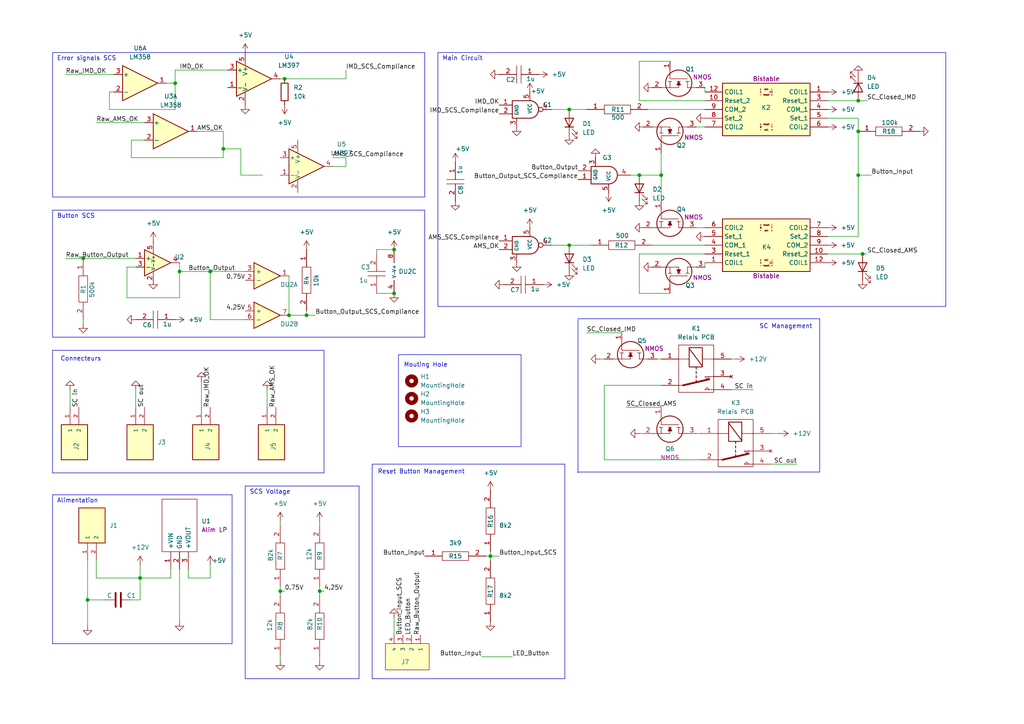
<source format=kicad_sch>
(kicad_sch (version 20250114) (generator "eeschema") (generator_version "9.0")
  (paper "A4")
  (title_block (title "IMD Reset"))
  (rectangle (start 127 15.24) (end 274.32 88.9))
  (rectangle (start 115.57 102.87) (end 151.13 129.54))
  (rectangle (start 107.95 134.62) (end 163.83 196.85))
  (rectangle (start 15.24 15.24) (end 123.19 57.15))
  (text "Error signals SCS" (at 16.51 17.78 0) (effects (font (size 1.27 1.27)) (justify left bottom)))
  (text "Button SCS\n" (at 16.51 63.5 0) (effects (font (size 1.27 1.27)) (justify left bottom)))
  (text "Alimentation\n" (at 16.51 146.05 0) (effects (font (size 1.27 1.27)) (justify left bottom)))
  (text "SC Management" (at 220.218 95.504 0) (effects (font (size 1.27 1.27)) (justify left bottom)))
  (text "Main Circuit" (at 128.27 17.78 0) (effects (font (size 1.27 1.27)) (justify left bottom)))
  (text "Mouting Hole\n" (at 117.094 106.68 0) (effects (font (size 1.27 1.27)) (justify left bottom)))
  (text "Reset Button Management" (at 122.174 136.906 0) (effects (font (size 1.27 1.27))))
  (text "SCS Voltage" (at 72.39 143.51 0) (effects (font (size 1.27 1.27)) (justify left bottom)))
  (text "Connecteurs\n" (at 17.526 104.902 0) (effects (font (size 1.27 1.27)) (justify left bottom)))
  (junction (at 165.1 71.12))
  (junction (at 248.92 50.8))
  (junction (at 88.9 91.44))
  (junction (at 83.82 91.44))
  (junction (at 165.1 31.75))
  (junction (at 142.24 161.29))
  (junction (at 250.19 73.66))
  (junction (at 191.77 50.8))
  (junction (at 82.55 22.86))
  (junction (at 248.92 29.21))
  (junction (at 25.4 173.99))
  (junction (at 114.3 72.39))
  (junction (at 248.92 38.1))
  (junction (at 52.07 78.74))
  (junction (at 81.28 171.45))
  (junction (at 114.3 85.09))
  (junction (at 40.64 167.64))
  (junction (at 50.8 24.13))
  (junction (at 60.96 78.74))
  (junction (at 185.42 50.8))
  (junction (at 24.13 74.93))
  (junction (at 92.71 171.45))
  (junction (at 64.77 43.18))
  (wire (pts (xy 173.99 104.14) (xy 175.26 104.14)))
  (wire (pts (xy 100.33 48.26) (xy 100.33 45.72)))
  (wire (pts (xy 250.19 73.66) (xy 240.03 73.66)))
  (polyline (pts (xy 93.98 101.6) (xy 15.24 101.6)))
  (wire (pts (xy 231.14 134.62) (xy 223.52 134.62)))
  (wire (pts (xy 57.15 38.1) (xy 64.77 38.1)))
  (wire (pts (xy 182.88 50.8) (xy 185.42 50.8)))
  (wire (pts (xy 92.71 171.45) (xy 93.98 171.45)))
  (wire (pts (xy 189.23 71.12) (xy 204.47 71.12)))
  (wire (pts (xy 71.12 92.71) (xy 60.96 92.71)))
  (wire (pts (xy 175.26 133.35) (xy 175.26 111.76)))
  (wire (pts (xy 19.05 21.59) (xy 33.02 21.59)))
  (wire (pts (xy 160.02 31.75) (xy 165.1 31.75)))
  (wire (pts (xy 83.82 91.44) (xy 88.9 91.44)))
  (wire (pts (xy 109.22 73.66) (xy 109.22 72.39)))
  (polyline (pts (xy 15.24 186.69) (xy 67.31 186.69)))
  (wire (pts (xy 109.22 72.39) (xy 114.3 72.39)))
  (wire (pts (xy 39.37 113.03) (xy 39.37 118.11)))
  (wire (pts (xy 25.4 173.99) (xy 25.4 181.61)))
  (wire (pts (xy 92.71 170.18) (xy 92.71 171.45)))
  (polyline (pts (xy 15.24 60.96) (xy 15.24 97.79)))
  (wire (pts (xy 201.93 125.73) (xy 203.2 125.73)))
  (wire (pts (xy 81.28 170.18) (xy 81.28 171.45)))
  (wire (pts (xy 251.46 73.66) (xy 250.19 73.66)))
  (wire (pts (xy 204.47 25.4) (xy 204.47 26.67)))
  (wire (pts (xy 185.42 73.66) (xy 185.42 85.09)))
  (wire (pts (xy 66.04 20.32) (xy 50.8 20.32)))
  (wire (pts (xy 175.26 111.76) (xy 191.77 111.76)))
  (wire (pts (xy 187.96 31.75) (xy 204.47 31.75)))
  (wire (pts (xy 60.96 78.74) (xy 60.96 92.71)))
  (polyline (pts (xy 93.98 137.16) (xy 93.98 101.6)))
  (wire (pts (xy 52.07 78.74) (xy 52.07 86.36)))
  (polyline (pts (xy 167.64 136.906) (xy 237.744 136.906)))
  (wire (pts (xy 58.42 110.49) (xy 58.42 118.11)))
  (polyline (pts (xy 67.31 186.69) (xy 67.31 143.51)))
  (wire (pts (xy 20.32 118.11) (xy 20.32 113.03)))
  (wire (pts (xy 49.53 167.64) (xy 40.64 167.64)))
  (polyline (pts (xy 15.24 137.16) (xy 93.98 137.16)))
  (wire (pts (xy 185.42 29.21) (xy 185.42 17.78)))
  (wire (pts (xy 165.1 71.12) (xy 171.45 71.12)))
  (wire (pts (xy 144.78 161.29) (xy 142.24 161.29)))
  (wire (pts (xy 33.02 26.67) (xy 31.75 26.67)))
  (wire (pts (xy 185.42 85.09) (xy 194.31 85.09)))
  (wire (pts (xy 69.85 50.8) (xy 69.85 43.18)))
  (wire (pts (xy 44.45 82.55) (xy 44.45 81.28)))
  (wire (pts (xy 81.28 190.5) (xy 81.28 191.77)))
  (wire (pts (xy 24.13 92.71) (xy 24.13 93.98)))
  (wire (pts (xy 77.47 118.11) (xy 77.47 113.03)))
  (wire (pts (xy 25.4 162.56) (xy 25.4 173.99)))
  (wire (pts (xy 248.92 38.1) (xy 248.92 50.8)))
  (wire (pts (xy 213.36 104.14) (xy 212.09 104.14)))
  (wire (pts (xy 31.75 26.67) (xy 31.75 31.75)))
  (polyline (pts (xy 123.19 60.96) (xy 15.24 60.96)))
  (wire (pts (xy 252.73 50.8) (xy 248.92 50.8)))
  (wire (pts (xy 52.07 76.2) (xy 52.07 78.74)))
  (wire (pts (xy 248.92 29.21) (xy 251.46 29.21)))
  (wire (pts (xy 52.07 78.74) (xy 60.96 78.74)))
  (wire (pts (xy 64.77 45.72) (xy 64.77 43.18)))
  (wire (pts (xy 191.77 44.45) (xy 191.77 50.8)))
  (wire (pts (xy 50.8 31.75) (xy 50.8 24.13)))
  (wire (pts (xy 64.77 43.18) (xy 69.85 43.18)))
  (wire (pts (xy 100.33 22.86) (xy 100.33 20.32)))
  (wire (pts (xy 52.07 165.1) (xy 52.07 180.34)))
  (wire (pts (xy 100.33 45.72) (xy 96.52 45.72)))
  (wire (pts (xy 83.82 80.01) (xy 83.82 91.44)))
  (wire (pts (xy 185.42 50.8) (xy 191.77 50.8)))
  (wire (pts (xy 60.96 163.83) (xy 60.96 167.64)))
  (wire (pts (xy 81.28 171.45) (xy 82.55 171.45)))
  (wire (pts (xy 114.3 179.07) (xy 114.3 184.15)))
  (wire (pts (xy 54.61 165.1) (xy 54.61 167.64)))
  (wire (pts (xy 201.93 66.04) (xy 204.47 66.04)))
  (wire (pts (xy 109.22 85.09) (xy 114.3 85.09)))
  (wire (pts (xy 190.5 104.14) (xy 191.77 104.14)))
  (wire (pts (xy 31.75 31.75) (xy 50.8 31.75)))
  (wire (pts (xy 81.28 151.13) (xy 81.28 152.4)))
  (wire (pts (xy 96.52 48.26) (xy 100.33 48.26)))
  (wire (pts (xy 24.13 74.93) (xy 39.37 74.93)))
  (wire (pts (xy 54.61 167.64) (xy 60.96 167.64)))
  (wire (pts (xy 41.91 40.64) (xy 38.1 40.64)))
  (wire (pts (xy 248.92 34.29) (xy 248.92 38.1)))
  (wire (pts (xy 88.9 91.44) (xy 91.44 91.44)))
  (wire (pts (xy 160.02 71.12) (xy 165.1 71.12)))
  (wire (pts (xy 71.12 78.74) (xy 60.96 78.74)))
  (wire (pts (xy 248.92 50.8) (xy 248.92 68.58)))
  (polyline (pts (xy 104.14 196.85) (xy 71.12 196.85)))
  (wire (pts (xy 92.71 190.5) (xy 92.71 191.77)))
  (wire (pts (xy 218.44 113.03) (xy 212.09 113.03)))
  (wire (pts (xy 76.2 50.8) (xy 69.85 50.8)))
  (wire (pts (xy 64.77 38.1) (xy 64.77 43.18)))
  (wire (pts (xy 38.1 45.72) (xy 64.77 45.72)))
  (wire (pts (xy 203.2 133.35) (xy 175.26 133.35)))
  (polyline (pts (xy 15.24 97.79) (xy 123.19 97.79)))
  (wire (pts (xy 191.77 50.8) (xy 191.77 58.42)))
  (wire (pts (xy 19.05 74.93) (xy 24.13 74.93)))
  (wire (pts (xy 48.26 24.13) (xy 50.8 24.13)))
  (wire (pts (xy 201.93 36.83) (xy 204.47 36.83)))
  (wire (pts (xy 181.61 118.11) (xy 191.77 118.11)))
  (wire (pts (xy 36.83 86.36) (xy 52.07 86.36)))
  (polyline (pts (xy 167.64 92.71) (xy 167.64 137.16)))
  (polyline (pts (xy 15.24 143.51) (xy 15.24 186.69)))
  (wire (pts (xy 38.1 40.64) (xy 38.1 45.72)))
  (wire (pts (xy 142.24 161.29) (xy 142.24 162.56)))
  (wire (pts (xy 27.94 167.64) (xy 40.64 167.64)))
  (wire (pts (xy 240.03 29.21) (xy 248.92 29.21)))
  (wire (pts (xy 81.28 171.45) (xy 81.28 172.72)))
  (wire (pts (xy 142.24 161.29) (xy 140.97 161.29)))
  (wire (pts (xy 92.71 171.45) (xy 92.71 172.72)))
  (wire (pts (xy 49.53 165.1) (xy 49.53 167.64)))
  (wire (pts (xy 185.42 17.78) (xy 194.31 17.78)))
  (wire (pts (xy 180.34 96.52) (xy 170.18 96.52)))
  (wire (pts (xy 88.9 91.44) (xy 88.9 90.17)))
  (wire (pts (xy 92.71 151.13) (xy 92.71 152.4)))
  (polyline (pts (xy 237.744 136.906) (xy 237.744 92.456)))
  (wire (pts (xy 38.1 173.99) (xy 40.64 173.99)))
  (wire (pts (xy 27.94 35.56) (xy 41.91 35.56)))
  (wire (pts (xy 40.64 173.99) (xy 40.64 167.64)))
  (wire (pts (xy 240.03 68.58) (xy 248.92 68.58)))
  (wire (pts (xy 82.55 22.86) (xy 100.33 22.86)))
  (wire (pts (xy 142.24 160.02) (xy 142.24 161.29)))
  (wire (pts (xy 81.28 22.86) (xy 82.55 22.86)))
  (polyline (pts (xy 71.12 140.97) (xy 104.14 140.97)))
  (polyline (pts (xy 15.24 101.6) (xy 15.24 137.16)))
  (wire (pts (xy 185.42 29.21) (xy 204.47 29.21)))
  (wire (pts (xy 27.94 162.56) (xy 27.94 167.64)))
  (wire (pts (xy 240.03 34.29) (xy 248.92 34.29)))
  (wire (pts (xy 204.47 76.2) (xy 204.47 77.47)))
  (wire (pts (xy 39.37 77.47) (xy 36.83 77.47)))
  (wire (pts (xy 223.52 125.73) (xy 226.06 125.73)))
  (wire (pts (xy 139.7 190.5) (xy 148.59 190.5)))
  (wire (pts (xy 185.42 73.66) (xy 204.47 73.66)))
  (polyline (pts (xy 71.12 140.97) (xy 71.12 196.85)))
  (wire (pts (xy 165.1 31.75) (xy 170.18 31.75)))
  (polyline (pts (xy 104.14 140.97) (xy 104.14 196.85)))
  (wire (pts (xy 40.64 163.83) (xy 40.64 167.64)))
  (wire (pts (xy 185.42 125.73) (xy 186.69 125.73)))
  (polyline (pts (xy 67.31 143.51) (xy 15.24 143.51)))
  (wire (pts (xy 36.83 77.47) (xy 36.83 86.36)))
  (wire (pts (xy 25.4 173.99) (xy 30.48 173.99)))
  (polyline (pts (xy 237.744 92.456) (xy 167.64 92.456)))
  (wire (pts (xy 50.8 20.32) (xy 50.8 24.13)))
  (polyline (pts (xy 123.19 97.79) (xy 123.19 60.96)))
  (label "4.25V" (at 93.98 171.45 0))
  (label "Raw_AMS_OK" (at 80.01 118.11 90))
  (label "Button_Output_SCS_Compliance" (at 167.64 52.07 180))
  (label "Button_Output_SCS_Compliance" (at 91.44 91.44 0))
  (label "0.75V" (at 82.55 171.45 0))
  (label "SC in" (at 218.44 113.03 180))
  (label "Raw_IMD_OK" (at 60.96 118.11 90))
  (label "IMD_SCS_Compliance" (at 144.78 33.02 180))
  (label "Button_Input_SCS" (at 116.84 184.15 90))
  (label "SC out" (at 231.14 134.62 180))
  (label "Button_Input" (at 139.7 190.5 180))
  (label "Button_Input" (at 252.73 50.8 0))
  (label "IMD_OK" (at 52.07 20.32 0))
  (label "0.75V" (at 71.12 81.28 180))
  (label "Raw_Button_Output" (at 121.92 184.15 90))
  (label "IMD_SCS_Compliance" (at 100.33 20.32 0))
  (label "Button_Input_SCS" (at 144.78 161.29 0))
  (label "SC in" (at 22.86 118.11 90))
  (label "LED_Button" (at 119.38 184.15 90))
  (label "Raw_IMD_OK" (at 19.05 21.59 0))
  (label "SC out" (at 41.91 118.11 90))
  (label "AMS_SCS_Compliance" (at 96.52 45.72 0))
  (label "4.25V" (at 71.12 90.17 180))
  (label "SC_Closed_AMS" (at 181.61 118.11 0))
  (label "Button_Output" (at 167.64 49.53 180))
  (label "IMD_OK" (at 144.78 30.48 180))
  (label "Button_Output" (at 54.61 78.74 0))
  (label "AMS_SCS_Compliance" (at 144.78 69.85 180))
  (label "Raw_Button_Output" (at 19.05 74.93 0))
  (label "LED_Button" (at 148.59 190.5 0))
  (label "AMS_OK" (at 144.78 72.39 180))
  (label "Raw_AMS_OK" (at 27.94 35.56 0))
  (label "Button_Input" (at 123.19 161.29 180))
  (label "SC_Closed_IMD" (at 251.46 29.21 0))
  (label "SC_Closed_IMD" (at 170.18 96.52 0))
  (label "SC_Closed_AMS" (at 251.46 73.66 0))
  (label "AMS_OK" (at 57.15 38.1 0))
  (symbol (lib_id "power:+5V") (at 142.24 142.24 0) (mirror y) (unit 1)
    (property "Reference" "#PWR01" (effects (hide yes)))
    (property "Value" "+5V" (at 142.24 137.16 0))
    (property "Description" "Power symbol creates a global label with name \"+5V\"" (effects (hide yes)))
  )
  (symbol (lib_id "power:+5V") (at 92.71 151.13 0) (unit 1)
    (property "Reference" "#PWR07" (effects (hide yes)))
    (property "Value" "+5V" (at 92.71 146.05 0))
    (property "Description" "Power symbol creates a global label with name \"+5V\"" (effects (hide yes)))
  )
  (symbol (lib_id "power:GND") (at 204.47 34.29 270) (unit 1)
    (property "Reference" "#GND021" (effects (hide yes)))
    (property "Value" "GND" (effects (hide yes)))
    (property "Description" "Power symbol creates a global label with name \"GND\" , ground" (effects (hide yes)))
  )
  (symbol (lib_id "power:+5V") (at 81.28 151.13 0) (unit 1)
    (property "Reference" "#PWR06" (effects (hide yes)))
    (property "Value" "+5V" (at 81.28 146.05 0))
    (property "Description" "Power symbol creates a global label with name \"+5V\"" (effects (hide yes)))
  )
  (symbol (lib_id "Device:LED") (at 185.42 54.61 90) (unit 1)
    (property "Reference" "D2" (at 189.23 54.9274 90) (effects (justify right)))
    (property "Value" "LED" (at 189.23 57.4674 90) (effects (justify right)))
    (property "Footprint" "LED_THT:LED_D5.0mm" (effects (hide yes)))
    (property "Description" "Light emitting diode" (effects (hide yes)))
  )
  (symbol (lib_id "EPSA_Lib:Condensateur 0805Y1000104JXT") (at 156.21 21.59 180) (unit 1)
    (property "Reference" "C2" (at 148.082 23.114 0))
    (property "Value" "1u" (at 153.924 22.86 0))
    (property "Footprint" "EPSA_lib:CAPC2012X130N" (effects (hide yes)))
    (property "Datasheet" "http://docs-europe.electrocomponents.com/webdocs/119d/0900766b8119d7bc.pdf" (effects (hide yes)))
    (property "Description" "Syfer 0805 Ceramic Chip Capacitors" (effects (hide yes)))
    (property "Sim.Pins" "1=+ 2=-" (effects (hide yes)))
    (property "Sim.Device" "C" (effects (hide yes)))
    (property "Height" "1.3" (effects (hide yes)))
    (property "Manufacturer_Name" "Syfer" (effects (hide yes)))
    (property "Manufacturer_Part_Number" "0805Y1000104JXT" (effects (hide yes)))
    (property "Render Name" "Condensateur" (effects (hide yes)))
  )
  (symbol (lib_id "power:GND") (at 20.32 113.03 180) (unit 1)
    (property "Reference" "#GND012" (effects (hide yes)))
    (property "Value" "GND" (effects (hide yes)))
    (property "Description" "Power symbol creates a global label with name \"GND\" , ground" (effects (hide yes)))
  )
  (symbol (lib_id "power:GND") (at 173.99 104.14 270) (unit 1)
    (property "Reference" "#GND01" (effects (hide yes)))
    (property "Value" "GND" (effects (hide yes)))
    (property "Description" "Power symbol creates a global label with name \"GND\" , ground" (effects (hide yes)))
  )
  (symbol (lib_id "power:GND") (at 58.42 110.49 180) (unit 1)
    (property "Reference" "#GND03" (effects (hide yes)))
    (property "Value" "GND" (effects (hide yes)))
    (property "Description" "Power symbol creates a global label with name \"GND\" , ground" (effects (hide yes)))
  )
  (symbol (lib_id "power:GND") (at 149.86 36.83 0) (unit 1)
    (property "Reference" "#GND015" (effects (hide yes)))
    (property "Value" "GND" (effects (hide yes)))
    (property "Description" "Power symbol creates a global label with name \"GND\" , ground" (effects (hide yes)))
  )
  (symbol (lib_id "power:GND") (at 185.42 58.42 0) (unit 1)
    (property "Reference" "#GND038" (effects (hide yes)))
    (property "Value" "GND" (effects (hide yes)))
    (property "Description" "Power symbol creates a global label with name \"GND\" , ground" (effects (hide yes)))
  )
  (symbol (lib_id "power:+5V") (at 240.03 71.12 270) (unit 1)
    (property "Reference" "#PWR03" (effects (hide yes)))
    (property "Value" "+5V" (at 243.84 71.12 90) (effects (justify left)))
    (property "Description" "Power symbol creates a global label with name \"+5V\"" (effects (hide yes)))
  )
  (symbol (lib_id "EPSA_Lib:Comparator_Dual") (at 73.66 91.44 0) (unit 2)
    (property "Reference" "DU2" (at 81.28 93.98 0) (effects (justify left)))
    (property "Value" "Opamp_Dual" (effects (hide yes)))
    (property "Footprint" "Package_SO:TSSOP-8_4.4x3mm_P0.65mm" (effects (hide yes)))
    (property "Datasheet" "https://www.ti.com/lit/gpn/lmv339" (effects (hide yes)))
    (property "Description" "Dual comparator" (effects (hide yes)))
    (property "Manufacturer_Name" "Texas Instruments" (effects (hide yes)))
    (property "Manufacturer_Part_Number" "LMV393IPWR" (effects (hide yes)))
    (property "Mouser Part Number" "595-LMV393IPWR" (effects (hide yes)))
    (property "Sim.Library" "${SP_BASIC}\\Comp_lm393lv.lib" (effects (hide yes)))
    (property "Sim.Name" "LM393LV_Dual" (effects (hide yes)))
    (property "Sim.Device" "SUBCKT" (effects (hide yes)))
    (property "Sim.Pins" "1=OUT1 2=IN1- 3=IN1+ 4=GND 5=IN2+ 6=IN2- 7=OUT2 8=V+" (effects (hide yes)))
  )
  (symbol (lib_id "power:GND") (at 44.45 81.28 0) (unit 1)
    (property "Reference" "#GND031" (effects (hide yes)))
    (property "Value" "GND" (effects (hide yes)))
    (property "Description" "Power symbol creates a global label with name \"GND\" , ground" (effects (hide yes)))
  )
  (symbol (lib_id "power:GND") (at 172.72 45.72 180) (unit 1)
    (property "Reference" "#GND028" (effects (hide yes)))
    (property "Value" "GND" (effects (hide yes)))
    (property "Description" "Power symbol creates a global label with name \"GND\" , ground" (effects (hide yes)))
  )
  (symbol (lib_id "EPSA_Lib:Résistance RK73H2BLTDD2152F") (at 88.9 72.39 270) (unit 1)
    (property "Reference" "R4" (at 88.9 80.01 0) (effects (justify left)))
    (property "Value" "10k" (at 91.694 79.502 0) (effects (justify left)))
    (property "Footprint" "EPSA_lib:RESC3216X70N" (effects (hide yes)))
    (property "Datasheet" "http://www.koaspeer.com/catimages/Products/RK73H/RK73H.pdf" (effects (hide yes)))
    (property "Description" "Thick Film Resistors - SMD" (effects (hide yes)))
    (property "Height" "0.7" (effects (hide yes)))
    (property "Manufacturer_Name" "KOA Speer" (effects (hide yes)))
    (property "Manufacturer_Part_Number" "RK73H2BLTDD2152F" (effects (hide yes)))
    (property "Mouser Part Number" "N/A" (effects (hide yes)))
    (property "Mouser Price/Stock" "https://www.mouser.co.uk/ProductDetail/KOA-Speer/RK73H2BLTDD2152F?qs=WeIALVmW3zmyxMFsjVzMRw%3D%3D" (effects (hide yes)))
    (property "Sim.Device" "R" (effects (hide yes)))
    (property "Sim.Params" "type=\"R\" model=\"10k\" lib=\"\"" (effects (hide yes)))
    (property "Sim.Pins" "1=+ 2=-" (effects (hide yes)))
    (property "Render Name" "Résistance" (effects (hide yes)))
  )
  (symbol (lib_id "power:+5V") (at 88.9 72.39 0) (unit 1)
    (property "Reference" "#PWR018" (effects (hide yes)))
    (property "Value" "+5V" (at 88.9 67.31 0))
    (property "Description" "Power symbol creates a global label with name \"+5V\"" (effects (hide yes)))
  )
  (symbol (lib_id "EPSA_Lib:Gate AND SN74AHCT1G08DBVR") (at 171.45 50.8 0) (mirror x) (unit 1)
    (property "Reference" "G3" (at 174.7284 45.72 0) (effects (justify left)))
    (property "Value" "Gate AND SN74AHCT1G08DBVR" (effects (hide yes)))
    (property "Footprint" "EPSA_lib:SOT95P280X145-5N" (effects (hide yes)))
    (property "Datasheet" "https://datasheet.datasheetarchive.com/originals/distributors/SFDatasheet-6/sf-000128638.pdf" (effects (hide yes)))
    (property "Description" "SN74AHCT1G08DBVR, Logic Gate 2 Input AND, AHCT, 8mA 5V 5-Pin SOT-23" (effects (hide yes)))
    (property "Sim.Pins" "4=1 1=2 2=3 5=4 3=5" (effects (hide yes)))
    (property "Sim.Device" "SPICE" (effects (hide yes)))
    (property "Sim.Params" "type=\"X\" model=\"SN74AHC1G08\" lib=\"${EPSA_lib}\\SpiceModel\\AND_SN74AHC1G08.lib\"" (effects (hide yes)))
    (property "Height" "1.45" (effects (hide yes)))
    (property "Manufacturer_Name" "Texas Instruments" (effects (hide yes)))
    (property "Manufacturer_Part_Number" "SN74AHCT1G08DBVR" (effects (hide yes)))
    (property "Mouser Part Number" "595-SN74AHCT1G08DBVR" (effects (hide yes)))
    (property "Mouser Price/Stock" "https://www.mouser.co.uk/ProductDetail/Texas-Instruments/SN74AHCT1G08DBVR?qs=8Pd2FuFSoMGY9AK%2Ftqwbcw%3D%3D" (effects (hide yes)))
    (property "Arrow Part Number" "SN74AHCT1G08DBVR" (effects (hide yes)))
    (property "Arrow Price/Stock" "https://www.arrow.com/en/products/sn74ahct1g08dbvr/texas-instruments?region=nac" (effects (hide yes)))
    (property "Render Name" "Gate AND" (effects (hide yes)))
  )
  (symbol (lib_id "power:+5V") (at 71.12 15.24 0) (unit 1)
    (property "Reference" "#PWR010" (effects (hide yes)))
    (property "Value" "+5V" (at 71.12 10.16 0))
    (property "Description" "Power symbol creates a global label with name \"+5V\"" (effects (hide yes)))
  )
  (symbol (lib_id "power:GND") (at 149.86 76.2 0) (unit 1)
    (property "Reference" "#GND09" (effects (hide yes)))
    (property "Value" "GND" (effects (hide yes)))
    (property "Description" "Power symbol creates a global label with name \"GND\" , ground" (effects (hide yes)))
  )
  (symbol (lib_id "EPSA_Lib:Résistance RK73H2BLTDD2152F") (at 24.13 74.93 270) (unit 1)
    (property "Reference" "R1" (at 24.13 82.55 0) (effects (justify left)))
    (property "Value" "500k" (at 26.67 81.534 0) (effects (justify left)))
    (property "Footprint" "EPSA_lib:RESC3216X70N" (effects (hide yes)))
    (property "Datasheet" "http://www.koaspeer.com/catimages/Products/RK73H/RK73H.pdf" (effects (hide yes)))
    (property "Description" "Thick Film Resistors - SMD" (effects (hide yes)))
    (property "Height" "0.7" (effects (hide yes)))
    (property "Manufacturer_Name" "KOA Speer" (effects (hide yes)))
    (property "Manufacturer_Part_Number" "RK73H2BLTDD2152F" (effects (hide yes)))
    (property "Mouser Part Number" "N/A" (effects (hide yes)))
    (property "Mouser Price/Stock" "https://www.mouser.co.uk/ProductDetail/KOA-Speer/RK73H2BLTDD2152F?qs=WeIALVmW3zmyxMFsjVzMRw%3D%3D" (effects (hide yes)))
    (property "Sim.Device" "R" (effects (hide yes)))
    (property "Sim.Params" "type=\"R\" model=\"10k\" lib=\"\"" (effects (hide yes)))
    (property "Sim.Pins" "1=+ 2=-" (effects (hide yes)))
    (property "Render Name" "Résistance" (effects (hide yes)))
  )
  (symbol (lib_id "power:GND") (at 114.3 85.09 0) (unit 1)
    (property "Reference" "#GND030" (effects (hide yes)))
    (property "Value" "GND" (effects (hide yes)))
    (property "Description" "Power symbol creates a global label with name \"GND\" , ground" (effects (hide yes)))
  )
  (symbol (lib_id "EPSA_Lib:Résistance RK73H2BLTDD2152F") (at 171.45 71.12 0) (unit 1)
    (property "Reference" "R12" (at 178.308 71.12 0) (effects (justify left)))
    (property "Value" "500" (at 178.562 68.326 0) (effects (justify left)))
    (property "Footprint" "EPSA_lib:RESC3216X70N" (effects (hide yes)))
    (property "Datasheet" "http://www.koaspeer.com/catimages/Products/RK73H/RK73H.pdf" (effects (hide yes)))
    (property "Description" "Thick Film Resistors - SMD" (effects (hide yes)))
    (property "Height" "0.7" (effects (hide yes)))
    (property "Manufacturer_Name" "KOA Speer" (effects (hide yes)))
    (property "Manufacturer_Part_Number" "RK73H2BLTDD2152F" (effects (hide yes)))
    (property "Mouser Part Number" "N/A" (effects (hide yes)))
    (property "Mouser Price/Stock" "https://www.mouser.co.uk/ProductDetail/KOA-Speer/RK73H2BLTDD2152F?qs=WeIALVmW3zmyxMFsjVzMRw%3D%3D" (effects (hide yes)))
    (property "Sim.Device" "R" (effects (hide yes)))
    (property "Sim.Params" "type=\"R\" model=\"10k\" lib=\"\"" (effects (hide yes)))
    (property "Sim.Pins" "1=+ 2=-" (effects (hide yes)))
    (property "Render Name" "Résistance" (effects (hide yes)))
  )
  (symbol (lib_name "NMOS SQ2348ES-T1_GE3_1") (lib_id "EPSA_Lib:NMOS SQ2348ES-T1_GE3") (at 186.69 125.73 0) (unit 1)
    (property "Reference" "Q6" (at 194.31 130.175 0))
    (property "Value" "NMOS SQ2348ES-T1_GE3" (effects (hide yes)))
    (property "Footprint" "EPSA_lib:SOT95P237X112-3N" (effects (hide yes)))
    (property "Datasheet" "http://www.vishay.com/docs/63706/sq2348es.pdf" (effects (hide yes)))
    (property "Description" "VISHAY - SQ2348ES-T1_GE3 - MOSFET, AEC-Q101, N-CH, 30V, SOT-23" (effects (hide yes)))
    (property "Sim.Pins" "3=1 1=2 2=3" (effects (hide yes)))
    (property "Sim.Device" "SPICE" (effects (hide yes)))
    (property "Sim.Params" "type=\"X\" model=\"SQ2348ES\" lib=\"${EPSA_lib}\\SpiceModel\\NMOS_SQ2348ES_PS Rev A.LIB\"" (effects (hide yes)))
    (property "Height" "1.12" (effects (hide yes)))
    (property "Manufacturer_Name" "Vishay" (effects (hide yes)))
    (property "Manufacturer_Part_Number" "SQ2348ES-T1_GE3" (effects (hide yes)))
    (property "Mouser Part Number" "781-SQ2348ES-T1_GE3" (effects (hide yes)))
    (property "Mouser Price/Stock" "https://www.mouser.co.uk/ProductDetail/Vishay-Siliconix/SQ2348ES-T1_GE3?qs=jHkklCh7amgC88blremf%252Bw%3D%3D" (effects (hide yes)))
    (property "Render Name" "NMOS" (at 194.31 132.715 0))
  )
  (symbol (lib_id "power:GND") (at 52.07 180.34 0) (unit 1)
    (property "Reference" "#GND07" (effects (hide yes)))
    (property "Value" "GND" (effects (hide yes)))
    (property "Description" "Power symbol creates a global label with name \"GND\" , ground" (effects (hide yes)))
  )
  (symbol (lib_id "Comparator:LM397") (at 73.66 22.86 0) (unit 1)
    (property "Reference" "U4" (at 83.82 16.4398 0))
    (property "Value" "LM397" (at 83.82 18.9798 0))
    (property "Footprint" "Package_TO_SOT_SMD:SOT-23-5" (effects (hide yes)))
    (property "Datasheet" "http://www.ti.com/lit/ds/symlink/lm397.pdf" (effects (hide yes)))
    (property "Description" "Single General-Purpose Voltage Comparator with Open-Collector Output, SOT-23-5" (effects (hide yes)))
  )
  (symbol (lib_id "EPSA_Lib:Bistable V23079B1201B301") (at 240.03 26.67 0) (mirror y) (unit 1)
    (property "Reference" "K2" (at 223.52 30.48 0) (effects (justify left top)))
    (property "Value" "Bistable V23079B1201B301" (effects (hide yes)))
    (property "Footprint" "EPSA_lib:V23079B1201B301" (effects (hide yes)))
    (property "Datasheet" "https://www.te.com/commerce/DocumentDelivery/DDEController?Action=showdoc&DocId=Data+Sheet%7FP2_Relay%7FZ14%7Fpdf%7FEnglish%7FENG_DS_P2_Relay_Z14.pdf%7F3-1393788-3" (effects (hide yes)))
    (property "Description" "TE CONNECTIVITY / AXICOM - V23079B1201B301 - RELAY, SIGNAL, DPDT, 250VAC, 220VDC, 2A" (effects (hide yes)))
    (property "Height" "9.9" (effects (hide yes)))
    (property "Mouser Part Number" "655-V23079B1201B301" (effects (hide yes)))
    (property "Mouser Price/Stock" "https://www.mouser.co.uk/ProductDetail/TE-Connectivity-Axicom/V23079B1201B301?qs=Mpp7pS3%252Boa448t%252ByTVqVnw%3D%3D" (effects (hide yes)))
    (property "Manufacturer_Name" "TE Connectivity" (effects (hide yes)))
    (property "Manufacturer_Part_Number" "V23079B1201B301" (effects (hide yes)))
    (property "Render Name" "Bistable" (at 222.25 22.86 0))
  )
  (symbol (lib_id "power:GND") (at 77.47 113.03 180) (unit 1)
    (property "Reference" "#GND016" (effects (hide yes)))
    (property "Value" "GND" (effects (hide yes)))
    (property "Description" "Power symbol creates a global label with name \"GND\" , ground" (effects (hide yes)))
  )
  (symbol (lib_id "EPSA_Lib:Résistance RK73H2BLTDD2152F") (at 123.19 161.29 0) (mirror x) (unit 1)
    (property "Reference" "R15" (at 132.08 161.29 0))
    (property "Value" "3k9" (at 132.08 157.48 0))
    (property "Footprint" "EPSA_lib:RESC3216X70N" (effects (hide yes)))
    (property "Datasheet" "http://www.koaspeer.com/catimages/Products/RK73H/RK73H.pdf" (effects (hide yes)))
    (property "Description" "Thick Film Resistors - SMD" (effects (hide yes)))
    (property "Sim.Pins" "1=+ 2=-" (effects (hide yes)))
    (property "Sim.Device" "R" (effects (hide yes)))
    (property "Height" "0.7" (effects (hide yes)))
    (property "Manufacturer_Name" "KOA Speer" (effects (hide yes)))
    (property "Manufacturer_Part_Number" "RK73H2BLTDD2152F" (effects (hide yes)))
    (property "Mouser Part Number" "N/A" (effects (hide yes)))
    (property "Mouser Price/Stock" "https://www.mouser.co.uk/ProductDetail/KOA-Speer/RK73H2BLTDD2152F?qs=WeIALVmW3zmyxMFsjVzMRw%3D%3D" (effects (hide yes)))
    (property "Render Name" "Résistance" (effects (hide yes)))
  )
  (symbol (lib_id "Device:R") (at 82.55 26.67 0) (unit 1)
    (property "Reference" "R2" (at 85.09 25.3999 0) (effects (justify left)))
    (property "Value" "10k" (at 85.09 27.9399 0) (effects (justify left)))
    (property "Description" "Resistor" (effects (hide yes)))
  )
  (symbol (lib_id "EPSA_Lib:Résistance RK73H2BLTDD2152F") (at 92.71 170.18 90) (unit 1)
    (property "Reference" "R9" (at 92.71 162.56 0) (effects (justify left)))
    (property "Value" "12k" (at 89.662 162.56 0) (effects (justify left)))
    (property "Footprint" "EPSA_lib:RESC3216X70N" (effects (hide yes)))
    (property "Datasheet" "http://www.koaspeer.com/catimages/Products/RK73H/RK73H.pdf" (effects (hide yes)))
    (property "Description" "Thick Film Resistors - SMD" (effects (hide yes)))
    (property "Height" "0.7" (effects (hide yes)))
    (property "Manufacturer_Name" "KOA Speer" (effects (hide yes)))
    (property "Manufacturer_Part_Number" "RK73H2BLTDD2152F" (effects (hide yes)))
    (property "Mouser Part Number" "N/A" (effects (hide yes)))
    (property "Mouser Price/Stock" "https://www.mouser.co.uk/ProductDetail/KOA-Speer/RK73H2BLTDD2152F?qs=WeIALVmW3zmyxMFsjVzMRw%3D%3D" (effects (hide yes)))
    (property "Render Name" "Résistance" (effects (hide yes)))
    (property "Sim.Device" "R" (effects (hide yes)))
    (property "Sim.Params" "type=\"R\" model=\"2k\" lib=\"\"" (effects (hide yes)))
    (property "Sim.Pins" "1=+ 2=-" (effects (hide yes)))
  )
  (symbol (lib_id "power:GND") (at 165.1 78.74 0) (unit 1)
    (property "Reference" "#GND035" (effects (hide yes)))
    (property "Value" "GND" (effects (hide yes)))
    (property "Description" "Power symbol creates a global label with name \"GND\" , ground" (effects (hide yes)))
  )
  (symbol (lib_id "EPSA_Lib:Alim LP TSR_0.5-2450") (at 54.61 163.83 90) (unit 1)
    (property "Reference" "U1" (at 58.42 151.1299 90) (effects (justify right)))
    (property "Value" "Alim LP TSR_0.5-2450" (effects (hide yes)))
    (property "Footprint" "EPSA_lib:TSR-0.5-2433" (effects (hide yes)))
    (property "Datasheet" "https://tracopower.com/tsr0-5-datasheet/" (effects (hide yes)))
    (property "Description" "0.5 Amp POL switching regulator, 4.75 to -32 VDC input, pos.-pos. circuit, LM78 compatible, SIP-3" (effects (hide yes)))
    (property "Sim.Pins" "1=1 2=2 3=3" (effects (hide yes)))
    (property "Sim.Device" "SPICE" (effects (hide yes)))
    (property "Sim.Params" "type=\"R\" model=\"Alim LP TSR_0.5-2450\" lib=\"\"" (effects (hide yes)))
    (property "Manufacturer_Name" "Traco Power" (effects (hide yes)))
    (property "Manufacturer_Part_Number" "TSR 0.5-2450" (effects (hide yes)))
    (property "Mouser Part Number" "495-TSR0.5-2450" (effects (hide yes)))
    (property "Mouser Price/Stock" "https://www.mouser.co.uk/ProductDetail/TRACO-Power/TSR-0.5-2450?qs=ckJk83FOD0XpEgQBSwF%2FIw%3D%3D" (effects (hide yes)))
    (property "Arrow Part Number" "TSR 0.5-2450" (effects (hide yes)))
    (property "Arrow Price/Stock" "https://www.arrow.com/en/products/tsr0.5-2450/traco-electronic-ag?region=europe" (effects (hide yes)))
    (property "Render Name" "Alim LP" (at 58.42 153.6699 90) (effects (justify right)))
  )
  (symbol (lib_id "Mechanical:MountingHole") (at 119.38 120.65 0) (unit 1)
    (property "Reference" "H3" (at 121.92 119.3799 0) (effects (justify left)))
    (property "Value" "MountingHole" (at 121.92 121.9199 0) (effects (justify left)))
    (property "Footprint" "MountingHole:MountingHole_2.7mm_M2.5" (effects (hide yes)))
    (property "Description" "Mounting Hole without connection" (effects (hide yes)))
  )
  (symbol (lib_id "power:GND") (at 39.37 92.71 270) (unit 1)
    (property "Reference" "#GND017" (effects (hide yes)))
    (property "Value" "GND" (effects (hide yes)))
    (property "Description" "Power symbol creates a global label with name \"GND\" , ground" (effects (hide yes)))
  )
  (symbol (lib_id "power:GND") (at 189.23 25.4 270) (unit 1)
    (property "Reference" "#GND022" (effects (hide yes)))
    (property "Value" "GND" (effects (hide yes)))
    (property "Description" "Power symbol creates a global label with name \"GND\" , ground" (effects (hide yes)))
  )
  (symbol (lib_id "power:+5V") (at 153.67 66.04 0) (unit 1)
    (property "Reference" "#PWR017" (effects (hide yes)))
    (property "Value" "+5V" (at 153.67 60.96 0))
    (property "Description" "Power symbol creates a global label with name \"+5V\"" (effects (hide yes)))
  )
  (symbol (lib_id "power:+12V") (at 213.36 104.14 270) (unit 1)
    (property "Reference" "#PWR029" (effects (hide yes)))
    (property "Value" "+12V" (at 217.17 104.1399 90) (effects (justify left)))
    (property "Description" "Power symbol creates a global label with name \"+12V\"" (effects (hide yes)))
  )
  (symbol (lib_id "power:+12V") (at 40.64 163.83 0) (unit 1)
    (property "Reference" "#PWR02" (effects (hide yes)))
    (property "Value" "+12V" (at 40.64 158.75 0))
    (property "Description" "Power symbol creates a global label with name \"+12V\"" (effects (hide yes)))
  )
  (symbol (lib_id "Device:LED") (at 250.19 77.47 90) (unit 1)
    (property "Reference" "D5" (at 254 77.7874 90) (effects (justify right)))
    (property "Value" "LED" (at 254 80.3274 90) (effects (justify right)))
    (property "Footprint" "LED_THT:LED_D5.0mm" (effects (hide yes)))
    (property "Description" "Light emitting diode" (effects (hide yes)))
  )
  (symbol (lib_id "EPSA_Lib:Condensateur 0805Y1000104JXT") (at 109.22 85.09 90) (unit 1)
    (property "Reference" "C3" (at 104.648 77.47 90) (effects (justify right)))
    (property "Value" "1u" (at 104.14 81.28 90) (effects (justify right)))
    (property "Footprint" "EPSA_lib:CAPC2012X130N" (effects (hide yes)))
    (property "Datasheet" "http://docs-europe.electrocomponents.com/webdocs/119d/0900766b8119d7bc.pdf" (effects (hide yes)))
    (property "Description" "Syfer 0805 Ceramic Chip Capacitors" (effects (hide yes)))
    (property "Sim.Pins" "1=+ 2=-" (effects (hide yes)))
    (property "Sim.Device" "C" (effects (hide yes)))
    (property "Height" "1.3" (effects (hide yes)))
    (property "Manufacturer_Name" "Syfer" (effects (hide yes)))
    (property "Manufacturer_Part_Number" "0805Y1000104JXT" (effects (hide yes)))
    (property "Render Name" "Condensateur" (effects (hide yes)))
  )
  (symbol (lib_id "Device:LED") (at 248.92 25.4 270) (unit 1)
    (property "Reference" "D4" (at 251.46 22.5424 90) (effects (justify left)))
    (property "Value" "LED" (at 251.46 25.0824 90) (effects (justify left)))
    (property "Footprint" "LED_THT:LED_D5.0mm" (effects (hide yes)))
    (property "Description" "Light emitting diode" (effects (hide yes)))
  )
  (symbol (lib_id "EPSA_Lib:2P Droit 2-11-2022") (at 20.32 128.27 90) (mirror x) (unit 1)
    (property "Reference" "J2" (at 22.86 128.27 0) (effects (justify left bottom)))
    (property "Value" "2P Droit 2-11-2022" (effects (hide yes)))
    (property "Footprint" "EPSA_lib:MOLEX_22-11-2022" (effects (hide yes)))
    (property "Datasheet" "https://www.molex.com/en-us/products/part-detail/22112022?display=pdf" (effects (hide yes)))
    (property "Sim.Pins" "1=1 2=2" (effects (hide yes)))
    (property "Sim.Device" "SPICE" (effects (hide yes)))
    (property "Sim.Params" "type=\"J\" model=\"22-11-2022\" lib=\"\"" (effects (hide yes)))
    (property "MAXIMUM_PACKAGE_HEIGHT" "10.66mm" (effects (hide yes)))
    (property "PARTREV" "BD8" (effects (hide yes)))
    (property "STANDARD" "Manufacturer Recommendations" (effects (hide yes)))
    (property "MANUFACTURER" "Molex" (effects (hide yes)))
    (property "Render Name" "2P Droit" (effects (hide yes)))
    (property "Height" "10.66mm" (effects (hide yes)))
    (property "Manufacturer_Name" "Molex" (effects (hide yes)))
    (property "Manufacturer_Part_Number" "22-11-2022" (effects (hide yes)))
    (property "Mouser Part Number" "538-22-11-2022" (effects (hide yes)))
    (property "Mouser Price/Stock" "https://www.mouser.fr/ProductDetail/Molex/22-11-2022?qs=mrPiglD9aYLq1NGrfjXTJg%3D%3D" (effects (hide yes)))
  )
  (symbol (lib_id "power:+5V") (at 240.03 66.04 270) (unit 1)
    (property "Reference" "#PWR023" (effects (hide yes)))
    (property "Value" "+5V" (at 243.84 66.04 90) (effects (justify left)))
    (property "Description" "Power symbol creates a global label with name \"+5V\"" (effects (hide yes)))
  )
  (symbol (lib_id "power:+5V") (at 240.03 76.2 270) (unit 1)
    (property "Reference" "#PWR025" (effects (hide yes)))
    (property "Value" "+5V" (at 243.84 76.2 90) (effects (justify left)))
    (property "Description" "Power symbol creates a global label with name \"+5V\"" (effects (hide yes)))
  )
  (symbol (lib_id "power:GND") (at 81.28 191.77 0) (unit 1)
    (property "Reference" "#GND025" (effects (hide yes)))
    (property "Value" "GND" (effects (hide yes)))
    (property "Description" "Power symbol creates a global label with name \"GND\" , ground" (effects (hide yes)))
  )
  (symbol (lib_id "Amplifier_Operational:LM358") (at 49.53 38.1 0) (unit 1)
    (property "Reference" "U3" (at 49.53 27.94 0))
    (property "Value" "LM358" (at 49.53 30.48 0))
    (property "Datasheet" "http://www.ti.com/lit/ds/symlink/lm2904-n.pdf" (effects (hide yes)))
    (property "Description" "Low-Power, Dual Operational Amplifiers, DIP-8/SOIC-8/TO-99-8" (effects (hide yes)))
  )
  (symbol (lib_id "power:GND") (at 71.12 30.48 0) (unit 1)
    (property "Reference" "#GND014" (effects (hide yes)))
    (property "Value" "GND" (effects (hide yes)))
    (property "Description" "Power symbol creates a global label with name \"GND\" , ground" (effects (hide yes)))
  )
  (symbol (lib_id "EPSA_Lib:Résistance RK73H2BLTDD2152F") (at 81.28 190.5 90) (unit 1)
    (property "Reference" "R8" (at 81.28 182.88 0) (effects (justify left)))
    (property "Value" "12k" (at 78.232 183.134 0) (effects (justify left)))
    (property "Footprint" "EPSA_lib:RESC3216X70N" (effects (hide yes)))
    (property "Datasheet" "http://www.koaspeer.com/catimages/Products/RK73H/RK73H.pdf" (effects (hide yes)))
    (property "Description" "Thick Film Resistors - SMD" (effects (hide yes)))
    (property "Height" "0.7" (effects (hide yes)))
    (property "Manufacturer_Name" "KOA Speer" (effects (hide yes)))
    (property "Manufacturer_Part_Number" "RK73H2BLTDD2152F" (effects (hide yes)))
    (property "Mouser Part Number" "N/A" (effects (hide yes)))
    (property "Mouser Price/Stock" "https://www.mouser.co.uk/ProductDetail/KOA-Speer/RK73H2BLTDD2152F?qs=WeIALVmW3zmyxMFsjVzMRw%3D%3D" (effects (hide yes)))
    (property "Render Name" "Résistance" (effects (hide yes)))
    (property "Sim.Device" "R" (effects (hide yes)))
    (property "Sim.Params" "type=\"R\" model=\"2k\" lib=\"\"" (effects (hide yes)))
    (property "Sim.Pins" "1=+ 2=-" (effects (hide yes)))
  )
  (symbol (lib_id "EPSA_Lib:Comparator_Dual") (at 73.66 80.01 0) (unit 1)
    (property "Reference" "DU2" (at 81.28 82.55 0) (effects (justify left)))
    (property "Value" "Opamp_Dual" (effects (hide yes)))
    (property "Footprint" "Package_SO:TSSOP-8_4.4x3mm_P0.65mm" (effects (hide yes)))
    (property "Datasheet" "https://www.ti.com/lit/gpn/lmv339" (effects (hide yes)))
    (property "Description" "Dual comparator" (effects (hide yes)))
    (property "Manufacturer_Name" "Texas Instruments" (effects (hide yes)))
    (property "Manufacturer_Part_Number" "LMV393IPWR" (effects (hide yes)))
    (property "Mouser Part Number" "595-LMV393IPWR" (effects (hide yes)))
    (property "Sim.Library" "${SP_BASIC}\\Comp_lm393lv.lib" (effects (hide yes)))
    (property "Sim.Name" "LM393LV_Dual" (effects (hide yes)))
    (property "Sim.Device" "SUBCKT" (effects (hide yes)))
    (property "Sim.Pins" "1=OUT1 2=IN1- 3=IN1+ 4=GND 5=IN2+ 6=IN2- 7=OUT2 8=V+" (effects (hide yes)))
  )
  (symbol (lib_id "EPSA_Lib:2P Droit 2-11-2022") (at 39.37 128.27 90) (mirror x) (unit 1)
    (property "Reference" "J3" (at 45.72 128.2699 90) (effects (justify right)))
    (property "Value" "2P Droit 2-11-2022" (effects (hide yes)))
    (property "Footprint" "EPSA_lib:MOLEX_22-11-2022" (effects (hide yes)))
    (property "Datasheet" "https://www.molex.com/en-us/products/part-detail/22112022?display=pdf" (effects (hide yes)))
    (property "Sim.Pins" "1=1 2=2" (effects (hide yes)))
    (property "Sim.Device" "SPICE" (effects (hide yes)))
    (property "Sim.Params" "type=\"J\" model=\"22-11-2022\" lib=\"\"" (effects (hide yes)))
    (property "MAXIMUM_PACKAGE_HEIGHT" "10.66mm" (effects (hide yes)))
    (property "PARTREV" "BD8" (effects (hide yes)))
    (property "STANDARD" "Manufacturer Recommendations" (effects (hide yes)))
    (property "MANUFACTURER" "Molex" (effects (hide yes)))
    (property "Render Name" "2P Droit" (effects (hide yes)))
    (property "Height" "10.66mm" (effects (hide yes)))
    (property "Manufacturer_Name" "Molex" (effects (hide yes)))
    (property "Manufacturer_Part_Number" "22-11-2022" (effects (hide yes)))
    (property "Mouser Part Number" "538-22-11-2022" (effects (hide yes)))
    (property "Mouser Price/Stock" "https://www.mouser.fr/ProductDetail/Molex/22-11-2022?qs=mrPiglD9aYLq1NGrfjXTJg%3D%3D" (effects (hide yes)))
  )
  (symbol (lib_id "Device:LED") (at 165.1 74.93 90) (unit 1)
    (property "Reference" "D3" (at 168.91 75.2474 90) (effects (justify right)))
    (property "Value" "LED" (at 168.91 77.7874 90) (effects (justify right)))
    (property "Footprint" "LED_THT:LED_D5.0mm" (effects (hide yes)))
    (property "Description" "Light emitting diode" (effects (hide yes)))
  )
  (symbol (lib_id "power:+5V") (at 240.03 26.67 270) (mirror x) (unit 1)
    (property "Reference" "#PWR05" (effects (hide yes)))
    (property "Value" "+5V" (at 243.84 26.67 90) (effects (justify left)))
    (property "Description" "Power symbol creates a global label with name \"+5V\"" (effects (hide yes)))
  )
  (symbol (lib_id "Amplifier_Operational:LM358") (at 40.64 24.13 0) (unit 1)
    (property "Reference" "U6" (at 40.64 13.97 0))
    (property "Value" "LM358" (at 40.64 16.51 0))
    (property "Datasheet" "http://www.ti.com/lit/ds/symlink/lm2904-n.pdf" (effects (hide yes)))
    (property "Description" "Low-Power, Dual Operational Amplifiers, DIP-8/SOIC-8/TO-99-8" (effects (hide yes)))
  )
  (symbol (lib_id "power:GND") (at 248.92 21.59 180) (unit 1)
    (property "Reference" "#GND037" (effects (hide yes)))
    (property "Value" "GND" (effects (hide yes)))
    (property "Description" "Power symbol creates a global label with name \"GND\" , ground" (effects (hide yes)))
  )
  (symbol (lib_id "EPSA_Lib:Opamp") (at 44.45 76.2 0) (unit 1)
    (property "Reference" "U2" (at 52.07 74.549 0))
    (property "Value" "${SIM.PARAMS}" (effects (hide yes)))
    (property "Footprint" "Package_TO_SOT_SMD:SOT-353_SC-70-5_Handsoldering" (effects (hide yes)))
    (property "Datasheet" "https://www.ti.com/lit/gpn/tlv9064-q1" (effects (hide yes)))
    (property "Description" "Operational amplifier, single, node sequence=1:+ 2:- 3:OUT 4:V+ 5:V-" (effects (hide yes)))
    (property "Manufacturer_Name" "Texas Instruments" (effects (hide yes)))
    (property "Manufacturer_Part_Number" "TLV9061QDCKRQ1 " (effects (hide yes)))
    (property "Mouser Part Number" " 595-TLV9061QDCKRQ1 " (effects (hide yes)))
  )
  (symbol (lib_id "EPSA_Lib:Condensateur 0805Y1000104JXT") (at 132.08 46.99 270) (unit 1)
    (property "Reference" "C8" (at 133.604 55.118 0))
    (property "Value" "1u" (at 133.35 49.276 0))
    (property "Footprint" "EPSA_lib:CAPC2012X130N" (effects (hide yes)))
    (property "Datasheet" "http://docs-europe.electrocomponents.com/webdocs/119d/0900766b8119d7bc.pdf" (effects (hide yes)))
    (property "Description" "Syfer 0805 Ceramic Chip Capacitors" (effects (hide yes)))
    (property "Sim.Pins" "1=+ 2=-" (effects (hide yes)))
    (property "Sim.Device" "C" (effects (hide yes)))
    (property "Height" "1.3" (effects (hide yes)))
    (property "Manufacturer_Name" "Syfer" (effects (hide yes)))
    (property "Manufacturer_Part_Number" "0805Y1000104JXT" (effects (hide yes)))
    (property "Render Name" "Condensateur" (effects (hide yes)))
  )
  (symbol (lib_id "EPSA_Lib:NMOS SQ2348ES-T1_GE3") (at 180.975 73.025 0) (mirror x) (unit 1)
    (property "Reference" "Q3" (at 200.152 82.804 0))
    (property "Value" "NMOS SQ2348ES-T1_GE3" (effects (hide yes)))
    (property "Footprint" "EPSA_lib:SOT95P237X112-3N" (effects (hide yes)))
    (property "Datasheet" "http://www.vishay.com/docs/63706/sq2348es.pdf" (effects (hide yes)))
    (property "Description" "VISHAY - SQ2348ES-T1_GE3 - MOSFET, AEC-Q101, N-CH, 30V, SOT-23" (effects (hide yes)))
    (property "Sim.Pins" "3=1 1=2 2=3" (effects (hide yes)))
    (property "Sim.Device" "SPICE" (effects (hide yes)))
    (property "Sim.Params" "type=\"X\" model=\"SQ2348ES\" lib=\"${EPSA_lib}\\SpiceModel\\NMOS_SQ2348ES_PS Rev A.LIB\"" (effects (hide yes)))
    (property "Height" "1.12" (effects (hide yes)))
    (property "Manufacturer_Name" "Vishay" (effects (hide yes)))
    (property "Manufacturer_Part_Number" "SQ2348ES-T1_GE3" (effects (hide yes)))
    (property "Mouser Part Number" "781-SQ2348ES-T1_GE3" (effects (hide yes)))
    (property "Mouser Price/Stock" "https://www.mouser.co.uk/ProductDetail/Vishay-Siliconix/SQ2348ES-T1_GE3?qs=jHkklCh7amgC88blremf%252Bw%3D%3D" (effects (hide yes)))
    (property "Render Name" "NMOS" (at 203.708 80.518 0))
  )
  (symbol (lib_id "EPSA_Lib:Bistable V23079B1201B301") (at 204.47 76.2 0) (mirror x) (unit 1)
    (property "Reference" "K4" (at 220.98 72.39 0) (effects (justify left top)))
    (property "Value" "Bistable V23079B1201B301" (effects (hide yes)))
    (property "Footprint" "EPSA_lib:V23079B1201B301" (effects (hide yes)))
    (property "Datasheet" "https://www.te.com/commerce/DocumentDelivery/DDEController?Action=showdoc&DocId=Data+Sheet%7FP2_Relay%7FZ14%7Fpdf%7FEnglish%7FENG_DS_P2_Relay_Z14.pdf%7F3-1393788-3" (effects (hide yes)))
    (property "Description" "TE CONNECTIVITY / AXICOM - V23079B1201B301 - RELAY, SIGNAL, DPDT, 250VAC, 220VDC, 2A" (effects (hide yes)))
    (property "Height" "9.9" (effects (hide yes)))
    (property "Mouser Part Number" "655-V23079B1201B301" (effects (hide yes)))
    (property "Mouser Price/Stock" "https://www.mouser.co.uk/ProductDetail/TE-Connectivity-Axicom/V23079B1201B301?qs=Mpp7pS3%252Boa448t%252ByTVqVnw%3D%3D" (effects (hide yes)))
    (property "Manufacturer_Name" "TE Connectivity" (effects (hide yes)))
    (property "Manufacturer_Part_Number" "V23079B1201B301" (effects (hide yes)))
    (property "Render Name" "Bistable" (at 222.25 80.01 0))
  )
  (symbol (lib_id "Comparator:LM397") (at 88.9 48.26 0) (unit 1)
    (property "Reference" "U5" (at 99.06 41.8398 0))
    (property "Value" "LM397" (at 99.06 44.3798 0))
    (property "Footprint" "Package_TO_SOT_SMD:SOT-23-5" (effects (hide yes)))
    (property "Datasheet" "http://www.ti.com/lit/ds/symlink/lm397.pdf" (effects (hide yes)))
    (property "Description" "Single General-Purpose Voltage Comparator with Open-Collector Output, SOT-23-5" (effects (hide yes)))
  )
  (symbol (lib_id "EPSA_Lib:Résistance RK73H2BLTDD2152F") (at 81.28 170.18 90) (unit 1)
    (property "Reference" "R7" (at 81.28 162.56 0) (effects (justify left)))
    (property "Value" "82k" (at 78.486 162.814 0) (effects (justify left)))
    (property "Footprint" "EPSA_lib:RESC3216X70N" (effects (hide yes)))
    (property "Datasheet" "http://www.koaspeer.com/catimages/Products/RK73H/RK73H.pdf" (effects (hide yes)))
    (property "Description" "Thick Film Resistors - SMD" (effects (hide yes)))
    (property "Height" "0.7" (effects (hide yes)))
    (property "Manufacturer_Name" "KOA Speer" (effects (hide yes)))
    (property "Manufacturer_Part_Number" "RK73H2BLTDD2152F" (effects (hide yes)))
    (property "Mouser Part Number" "N/A" (effects (hide yes)))
    (property "Mouser Price/Stock" "https://www.mouser.co.uk/ProductDetail/KOA-Speer/RK73H2BLTDD2152F?qs=WeIALVmW3zmyxMFsjVzMRw%3D%3D" (effects (hide yes)))
    (property "Render Name" "Résistance" (effects (hide yes)))
    (property "Sim.Device" "R" (effects (hide yes)))
    (property "Sim.Params" "type=\"R\" model=\"8k\" lib=\"\"" (effects (hide yes)))
    (property "Sim.Pins" "1=+ 2=-" (effects (hide yes)))
  )
  (symbol (lib_id "power:GND") (at 250.19 81.28 0) (unit 1)
    (property "Reference" "#GND036" (effects (hide yes)))
    (property "Value" "GND" (effects (hide yes)))
    (property "Description" "Power symbol creates a global label with name \"GND\" , ground" (effects (hide yes)))
  )
  (symbol (lib_id "EPSA_Lib:4P Droit 22-11-2042") (at 119.38 189.23 270) (unit 1)
    (property "Reference" "J7" (at 116.332 192.024 90) (effects (justify left)))
    (property "Value" "4P Droit 22-11-2042" (effects (hide yes)))
    (property "Footprint" "EPSA_lib:MOLEX_22-11-2042" (effects (hide yes)))
    (property "Datasheet" "https://www.molex.com/en-us/products/part-detail/22112042?display=pdf" (effects (hide yes)))
    (property "Render Name" "4P Droit" (effects (hide yes)))
    (property "Manufacturer_Name" "Molex" (effects (hide yes)))
    (property "Manufacturer_Part_Number" "22-11-2042" (effects (hide yes)))
    (property "Mouser Part Number" "538-22-11-2042" (effects (hide yes)))
    (property "Mouser Price/Stock" "https://www.mouser.fr/ProductDetail/Molex/22-11-2042?qs=mrPiglD9aYJfi57%2FgjU4lw%3D%3D" (effects (hide yes)))
  )
  (symbol (lib_id "power:GND") (at 189.23 77.47 270) (unit 1)
    (property "Reference" "#GND08" (effects (hide yes)))
    (property "Value" "GND" (effects (hide yes)))
    (property "Description" "Power symbol creates a global label with name \"GND\" , ground" (effects (hide yes)))
  )
  (symbol (lib_id "power:GND") (at 186.69 36.83 270) (unit 1)
    (property "Reference" "#GND020" (effects (hide yes)))
    (property "Value" "GND" (effects (hide yes)))
    (property "Description" "Power symbol creates a global label with name \"GND\" , ground" (effects (hide yes)))
  )
  (symbol (lib_id "EPSA_Lib:2P Droit 2-11-2022") (at 77.47 128.27 90) (mirror x) (unit 1)
    (property "Reference" "J5" (at 80.01 128.27 0) (effects (justify left bottom)))
    (property "Value" "2P Droit 2-11-2022" (effects (hide yes)))
    (property "Footprint" "EPSA_lib:MOLEX_22-11-2022" (effects (hide yes)))
    (property "Datasheet" "https://www.molex.com/en-us/products/part-detail/22112022?display=pdf" (effects (hide yes)))
    (property "Sim.Pins" "1=1 2=2" (effects (hide yes)))
    (property "Sim.Device" "SPICE" (effects (hide yes)))
    (property "Sim.Params" "type=\"J\" model=\"22-11-2022\" lib=\"\"" (effects (hide yes)))
    (property "MAXIMUM_PACKAGE_HEIGHT" "10.66mm" (effects (hide yes)))
    (property "PARTREV" "BD8" (effects (hide yes)))
    (property "STANDARD" "Manufacturer Recommendations" (effects (hide yes)))
    (property "MANUFACTURER" "Molex" (effects (hide yes)))
    (property "Render Name" "2P Droit" (effects (hide yes)))
    (property "Height" "10.66mm" (effects (hide yes)))
    (property "Manufacturer_Name" "Molex" (effects (hide yes)))
    (property "Manufacturer_Part_Number" "22-11-2022" (effects (hide yes)))
    (property "Mouser Part Number" "538-22-11-2022" (effects (hide yes)))
    (property "Mouser Price/Stock" "https://www.mouser.fr/ProductDetail/Molex/22-11-2022?qs=mrPiglD9aYLq1NGrfjXTJg%3D%3D" (effects (hide yes)))
  )
  (symbol (lib_id "EPSA_Lib:Condensateur 0805Y1000104JXT") (at 50.8 92.71 180) (unit 1)
    (property "Reference" "C6" (at 42.672 94.234 0))
    (property "Value" "1u" (at 48.514 93.98 0))
    (property "Footprint" "EPSA_lib:CAPC2012X130N" (effects (hide yes)))
    (property "Datasheet" "http://docs-europe.electrocomponents.com/webdocs/119d/0900766b8119d7bc.pdf" (effects (hide yes)))
    (property "Description" "Syfer 0805 Ceramic Chip Capacitors" (effects (hide yes)))
    (property "Sim.Pins" "1=+ 2=-" (effects (hide yes)))
    (property "Sim.Device" "C" (effects (hide yes)))
    (property "Height" "1.3" (effects (hide yes)))
    (property "Manufacturer_Name" "Syfer" (effects (hide yes)))
    (property "Manufacturer_Part_Number" "0805Y1000104JXT" (effects (hide yes)))
    (property "Render Name" "Condensateur" (effects (hide yes)))
  )
  (symbol (lib_id "power:GND") (at 204.47 68.58 270) (unit 1)
    (property "Reference" "#GND06" (effects (hide yes)))
    (property "Value" "GND" (effects (hide yes)))
    (property "Description" "Power symbol creates a global label with name \"GND\" , ground" (effects (hide yes)))
  )
  (symbol (lib_id "power:+5V") (at 44.45 69.85 0) (unit 1)
    (property "Reference" "#PWR016" (effects (hide yes)))
    (property "Value" "+5V" (at 44.45 64.77 0))
    (property "Description" "Power symbol creates a global label with name \"+5V\"" (effects (hide yes)))
  )
  (symbol (lib_id "power:+5V") (at 156.21 21.59 270) (unit 1)
    (property "Reference" "#PWR020" (effects (hide yes)))
    (property "Value" "+5V" (at 160.02 21.5899 90) (effects (justify left)))
    (property "Description" "Power symbol creates a global label with name \"+5V\"" (effects (hide yes)))
  )
  (symbol (lib_id "EPSA_Lib:Gate NAND SN74AHCT1G00DBVR") (at 148.59 31.75 0) (unit 1)
    (property "Reference" "G1" (at 158.75 30.353 0))
    (property "Value" "Gate NAND SN74AHCT1G00DBVR" (effects (hide yes)))
    (property "Footprint" "EPSA_lib:SOT95P280X145-5N" (effects (hide yes)))
    (property "Datasheet" "http://www.ti.com/lit/gpn/sn74ahct1g00" (effects (hide yes)))
    (property "Description" "Single 2-Input Positive-NAND Gate" (effects (hide yes)))
    (property "Sim.Pins" "4=1 1=2 2=3 5=4 3=5" (effects (hide yes)))
    (property "Sim.Device" "SPICE" (effects (hide yes)))
    (property "Sim.Params" "type=\"X\" model=\"SN74AHCT1G00\" lib=\"${EPSA_lib}\\SpiceModel\\NAND_SN74AHCT1G00.lib\"" (effects (hide yes)))
    (property "Height" "1.45" (effects (hide yes)))
    (property "Manufacturer_Name" "Texas Instruments" (effects (hide yes)))
    (property "Manufacturer_Part_Number" "SN74AHCT1G00DBVR" (effects (hide yes)))
    (property "Mouser Part Number" "595-SN74AHCT1G00DBVR" (effects (hide yes)))
    (property "Mouser Price/Stock" "https://www.mouser.co.uk/ProductDetail/Texas-Instruments/SN74AHCT1G00DBVR?qs=w32V8uFkMxnwwXcMH%2F61Dg%3D%3D" (effects (hide yes)))
    (property "Arrow Part Number" "SN74AHCT1G00DBVR" (effects (hide yes)))
    (property "Arrow Price/Stock" "https://www.arrow.com/en/products/sn74ahct1g00dbvr/texas-instruments" (effects (hide yes)))
    (property "Render Name" "Gate NAND" (effects (hide yes)))
  )
  (symbol (lib_id "Device:LED") (at 165.1 35.56 90) (unit 1)
    (property "Reference" "D1" (at 168.91 35.8774 90) (effects (justify right)))
    (property "Value" "LED" (at 168.91 38.4174 90) (effects (justify right)))
    (property "Footprint" "LED_THT:LED_D5.0mm" (effects (hide yes)))
    (property "Description" "Light emitting diode" (effects (hide yes)))
  )
  (symbol (lib_id "power:GND") (at 114.3 179.07 180) (unit 1)
    (property "Reference" "#GND013" (effects (hide yes)))
    (property "Value" "GND" (effects (hide yes)))
    (property "Description" "Power symbol creates a global label with name \"GND\" , ground" (effects (hide yes)))
  )
  (symbol (lib_id "Mechanical:MountingHole") (at 119.38 115.57 0) (unit 1)
    (property "Reference" "H2" (at 121.92 114.2999 0) (effects (justify left)))
    (property "Value" "MountingHole" (at 121.92 116.8399 0) (effects (justify left)))
    (property "Footprint" "MountingHole:MountingHole_2.7mm_M2.5" (effects (hide yes)))
    (property "Description" "Mounting Hole without connection" (effects (hide yes)))
  )
  (symbol (lib_id "EPSA_Lib:Gate NAND SN74AHCT1G00DBVR") (at 148.59 71.12 0) (unit 1)
    (property "Reference" "G2" (at 158.75 69.723 0))
    (property "Value" "Gate NAND SN74AHCT1G00DBVR" (effects (hide yes)))
    (property "Footprint" "EPSA_lib:SOT95P280X145-5N" (effects (hide yes)))
    (property "Datasheet" "http://www.ti.com/lit/gpn/sn74ahct1g00" (effects (hide yes)))
    (property "Description" "Single 2-Input Positive-NAND Gate" (effects (hide yes)))
    (property "Sim.Pins" "4=1 1=2 2=3 5=4 3=5" (effects (hide yes)))
    (property "Sim.Device" "SPICE" (effects (hide yes)))
    (property "Sim.Params" "type=\"X\" model=\"SN74AHCT1G00\" lib=\"${EPSA_lib}\\SpiceModel\\NAND_SN74AHCT1G00.lib\"" (effects (hide yes)))
    (property "Height" "1.45" (effects (hide yes)))
    (property "Manufacturer_Name" "Texas Instruments" (effects (hide yes)))
    (property "Manufacturer_Part_Number" "SN74AHCT1G00DBVR" (effects (hide yes)))
    (property "Mouser Part Number" "595-SN74AHCT1G00DBVR" (effects (hide yes)))
    (property "Mouser Price/Stock" "https://www.mouser.co.uk/ProductDetail/Texas-Instruments/SN74AHCT1G00DBVR?qs=w32V8uFkMxnwwXcMH%2F61Dg%3D%3D" (effects (hide yes)))
    (property "Arrow Part Number" "SN74AHCT1G00DBVR" (effects (hide yes)))
    (property "Arrow Price/Stock" "https://www.arrow.com/en/products/sn74ahct1g00dbvr/texas-instruments" (effects (hide yes)))
    (property "Render Name" "Gate NAND" (effects (hide yes)))
  )
  (symbol (lib_id "power:GND") (at 186.69 66.04 270) (unit 1)
    (property "Reference" "#GND04" (effects (hide yes)))
    (property "Value" "GND" (effects (hide yes)))
    (property "Description" "Power symbol creates a global label with name \"GND\" , ground" (effects (hide yes)))
  )
  (symbol (lib_id "power:GND") (at 24.13 93.98 0) (unit 1)
    (property "Reference" "#GND010" (effects (hide yes)))
    (property "Value" "GND" (effects (hide yes)))
    (property "Description" "Power symbol creates a global label with name \"GND\" , ground" (effects (hide yes)))
  )
  (symbol (lib_id "power:+5V") (at 114.3 72.39 0) (unit 1)
    (property "Reference" "#PWR015" (effects (hide yes)))
    (property "Value" "+5V" (at 114.3 67.31 0))
    (property "Description" "Power symbol creates a global label with name \"+5V\"" (effects (hide yes)))
  )
  (symbol (lib_id "power:GND") (at 165.1 39.37 0) (unit 1)
    (property "Reference" "#GND034" (effects (hide yes)))
    (property "Value" "GND" (effects (hide yes)))
    (property "Description" "Power symbol creates a global label with name \"GND\" , ground" (effects (hide yes)))
  )
  (symbol (lib_id "EPSA_Lib:Résistance RK73H2BLTDD2152F") (at 142.24 180.34 270) (mirror x) (unit 1)
    (property "Reference" "R17" (at 142.24 173.482 0) (effects (justify left)))
    (property "Value" "8k2" (at 144.78 172.7199 90) (effects (justify left)))
    (property "Footprint" "EPSA_lib:RESC3216X70N" (effects (hide yes)))
    (property "Datasheet" "http://www.koaspeer.com/catimages/Products/RK73H/RK73H.pdf" (effects (hide yes)))
    (property "Description" "Thick Film Resistors - SMD" (effects (hide yes)))
    (property "Sim.Pins" "1=+ 2=-" (effects (hide yes)))
    (property "Sim.Device" "R" (effects (hide yes)))
    (property "Height" "0.7" (effects (hide yes)))
    (property "Manufacturer_Name" "KOA Speer" (effects (hide yes)))
    (property "Manufacturer_Part_Number" "RK73H2BLTDD2152F" (effects (hide yes)))
    (property "Mouser Part Number" "N/A" (effects (hide yes)))
    (property "Mouser Price/Stock" "https://www.mouser.co.uk/ProductDetail/KOA-Speer/RK73H2BLTDD2152F?qs=WeIALVmW3zmyxMFsjVzMRw%3D%3D" (effects (hide yes)))
    (property "Render Name" "Résistance" (effects (hide yes)))
  )
  (symbol (lib_id "EPSA_Lib:NMOS SQ2348ES-T1_GE3") (at 178.435 70.485 0) (unit 1)
    (property "Reference" "Q4" (at 197.612 60.706 0))
    (property "Value" "NMOS SQ2348ES-T1_GE3" (effects (hide yes)))
    (property "Footprint" "EPSA_lib:SOT95P237X112-3N" (effects (hide yes)))
    (property "Datasheet" "http://www.vishay.com/docs/63706/sq2348es.pdf" (effects (hide yes)))
    (property "Description" "VISHAY - SQ2348ES-T1_GE3 - MOSFET, AEC-Q101, N-CH, 30V, SOT-23" (effects (hide yes)))
    (property "Sim.Pins" "3=1 1=2 2=3" (effects (hide yes)))
    (property "Sim.Device" "SPICE" (effects (hide yes)))
    (property "Sim.Params" "type=\"X\" model=\"SQ2348ES\" lib=\"${EPSA_lib}\\SpiceModel\\NMOS_SQ2348ES_PS Rev A.LIB\"" (effects (hide yes)))
    (property "Height" "1.12" (effects (hide yes)))
    (property "Manufacturer_Name" "Vishay" (effects (hide yes)))
    (property "Manufacturer_Part_Number" "SQ2348ES-T1_GE3" (effects (hide yes)))
    (property "Mouser Part Number" "781-SQ2348ES-T1_GE3" (effects (hide yes)))
    (property "Mouser Price/Stock" "https://www.mouser.co.uk/ProductDetail/Vishay-Siliconix/SQ2348ES-T1_GE3?qs=jHkklCh7amgC88blremf%252Bw%3D%3D" (effects (hide yes)))
    (property "Render Name" "NMOS" (at 201.168 62.992 0))
  )
  (symbol (lib_id "Mechanical:MountingHole") (at 119.38 110.49 0) (unit 1)
    (property "Reference" "H1" (at 121.92 109.2199 0) (effects (justify left)))
    (property "Value" "MountingHole" (at 121.92 111.7599 0) (effects (justify left)))
    (property "Footprint" "MountingHole:MountingHole_2.7mm_M2.5" (effects (hide yes)))
    (property "Description" "Mounting Hole without connection" (effects (hide yes)))
  )
  (symbol (lib_id "EPSA_Lib:Résistance RK73H2BLTDD2152F") (at 170.18 31.75 0) (unit 1)
    (property "Reference" "R11" (at 177.292 31.75 0) (effects (justify left)))
    (property "Value" "500" (at 177.292 34.036 0) (effects (justify left)))
    (property "Footprint" "EPSA_lib:RESC3216X70N" (effects (hide yes)))
    (property "Datasheet" "http://www.koaspeer.com/catimages/Products/RK73H/RK73H.pdf" (effects (hide yes)))
    (property "Description" "Thick Film Resistors - SMD" (effects (hide yes)))
    (property "Height" "0.7" (effects (hide yes)))
    (property "Manufacturer_Name" "KOA Speer" (effects (hide yes)))
    (property "Manufacturer_Part_Number" "RK73H2BLTDD2152F" (effects (hide yes)))
    (property "Mouser Part Number" "N/A" (effects (hide yes)))
    (property "Mouser Price/Stock" "https://www.mouser.co.uk/ProductDetail/KOA-Speer/RK73H2BLTDD2152F?qs=WeIALVmW3zmyxMFsjVzMRw%3D%3D" (effects (hide yes)))
    (property "Sim.Device" "R" (effects (hide yes)))
    (property "Sim.Params" "type=\"R\" model=\"10k\" lib=\"\"" (effects (hide yes)))
    (property "Sim.Pins" "1=+ 2=-" (effects (hide yes)))
    (property "Render Name" "Résistance" (effects (hide yes)))
  )
  (symbol (lib_id "EPSA_Lib:Relais PCB") (at 200.66 129.54 0) (unit 1)
    (property "Reference" "K3" (at 213.36 116.84 0))
    (property "Value" "Relais PCB" (at 213.36 119.38 0))
    (property "Footprint" "EPSA_lib:CP112V" (effects (hide yes)))
    (property "Datasheet" "https://www3.panasonic.biz/ac/e/uacs/download/index.jsp?c=vehicle_download" (effects (hide yes)))
    (property "Description" "PANASONIC ELECTRIC WORKS - CP1-12V - RELAY, AUTOMOTIVE, SPDT, 14VDC, 20A" (effects (hide yes)))
    (property "Height" "9.5" (effects (hide yes)))
    (property "Mouser Part Number" "769-CP1-12V" (effects (hide yes)))
    (property "Mouser Price/Stock" "https://www.mouser.co.uk/ProductDetail/Panasonic-Industrial-Devices/CP1-12V?qs=mTeSeKeuVA7dPPafy7M16g%3D%3D" (effects (hide yes)))
    (property "Manufacturer_Name" "Panasonic" (effects (hide yes)))
    (property "Manufacturer_Part_Number" "CP1-12V" (effects (hide yes)))
  )
  (symbol (lib_id "EPSA_Lib:NMOS SQ2348ES-T1_GE3") (at 180.975 29.845 0) (unit 1)
    (property "Reference" "Q1" (at 200.152 20.066 0))
    (property "Value" "NMOS SQ2348ES-T1_GE3" (effects (hide yes)))
    (property "Footprint" "EPSA_lib:SOT95P237X112-3N" (effects (hide yes)))
    (property "Datasheet" "http://www.vishay.com/docs/63706/sq2348es.pdf" (effects (hide yes)))
    (property "Description" "VISHAY - SQ2348ES-T1_GE3 - MOSFET, AEC-Q101, N-CH, 30V, SOT-23" (effects (hide yes)))
    (property "Sim.Pins" "3=1 1=2 2=3" (effects (hide yes)))
    (property "Sim.Device" "SPICE" (effects (hide yes)))
    (property "Sim.Params" "type=\"X\" model=\"SQ2348ES\" lib=\"${EPSA_lib}\\SpiceModel\\NMOS_SQ2348ES_PS Rev A.LIB\"" (effects (hide yes)))
    (property "Height" "1.12" (effects (hide yes)))
    (property "Manufacturer_Name" "Vishay" (effects (hide yes)))
    (property "Manufacturer_Part_Number" "SQ2348ES-T1_GE3" (effects (hide yes)))
    (property "Mouser Part Number" "781-SQ2348ES-T1_GE3" (effects (hide yes)))
    (property "Mouser Price/Stock" "https://www.mouser.co.uk/ProductDetail/Vishay-Siliconix/SQ2348ES-T1_GE3?qs=jHkklCh7amgC88blremf%252Bw%3D%3D" (effects (hide yes)))
    (property "Render Name" "NMOS" (at 203.708 22.352 0))
  )
  (symbol (lib_id "power:+5V") (at 132.08 46.99 0) (unit 1)
    (property "Reference" "#PWR022" (effects (hide yes)))
    (property "Value" "+5V" (at 132.0799 43.18 0) (effects (justify left)))
    (property "Description" "Power symbol creates a global label with name \"+5V\"" (effects (hide yes)))
  )
  (symbol (lib_id "power:+5V") (at 50.8 92.71 270) (unit 1)
    (property "Reference" "#PWR019" (effects (hide yes)))
    (property "Value" "+5V" (at 54.61 92.7099 90) (effects (justify left)))
    (property "Description" "Power symbol creates a global label with name \"+5V\"" (effects (hide yes)))
  )
  (symbol (lib_id "EPSA_Lib:NMOS SQ2348ES-T1_GE3") (at 178.435 32.385 0) (mirror x) (unit 1)
    (property "Reference" "Q2" (at 197.612 42.164 0))
    (property "Value" "NMOS SQ2348ES-T1_GE3" (effects (hide yes)))
    (property "Footprint" "EPSA_lib:SOT95P237X112-3N" (effects (hide yes)))
    (property "Datasheet" "http://www.vishay.com/docs/63706/sq2348es.pdf" (effects (hide yes)))
    (property "Description" "VISHAY - SQ2348ES-T1_GE3 - MOSFET, AEC-Q101, N-CH, 30V, SOT-23" (effects (hide yes)))
    (property "Sim.Pins" "3=1 1=2 2=3" (effects (hide yes)))
    (property "Sim.Device" "SPICE" (effects (hide yes)))
    (property "Sim.Params" "type=\"X\" model=\"SQ2348ES\" lib=\"${EPSA_lib}\\SpiceModel\\NMOS_SQ2348ES_PS Rev A.LIB\"" (effects (hide yes)))
    (property "Height" "1.12" (effects (hide yes)))
    (property "Manufacturer_Name" "Vishay" (effects (hide yes)))
    (property "Manufacturer_Part_Number" "SQ2348ES-T1_GE3" (effects (hide yes)))
    (property "Mouser Part Number" "781-SQ2348ES-T1_GE3" (effects (hide yes)))
    (property "Mouser Price/Stock" "https://www.mouser.co.uk/ProductDetail/Vishay-Siliconix/SQ2348ES-T1_GE3?qs=jHkklCh7amgC88blremf%252Bw%3D%3D" (effects (hide yes)))
    (property "Render Name" "NMOS" (at 201.168 39.878 0))
  )
  (symbol (lib_id "power:GND") (at 144.78 21.59 270) (unit 1)
    (property "Reference" "#GND029" (effects (hide yes)))
    (property "Value" "GND" (effects (hide yes)))
    (property "Description" "Power symbol creates a global label with name \"GND\" , ground" (effects (hide yes)))
  )
  (symbol (lib_id "EPSA_Lib:Résistance RK73H2BLTDD2152F") (at 248.92 38.1 0) (mirror x) (unit 1)
    (property "Reference" "R18" (at 257.81 38.1 0))
    (property "Value" "100k" (at 258.064 35.56 0))
    (property "Footprint" "EPSA_lib:RESC3216X70N" (effects (hide yes)))
    (property "Datasheet" "http://www.koaspeer.com/catimages/Products/RK73H/RK73H.pdf" (effects (hide yes)))
    (property "Description" "Thick Film Resistors - SMD" (effects (hide yes)))
    (property "Sim.Pins" "1=+ 2=-" (effects (hide yes)))
    (property "Sim.Device" "R" (effects (hide yes)))
    (property "Height" "0.7" (effects (hide yes)))
    (property "Manufacturer_Name" "KOA Speer" (effects (hide yes)))
    (property "Manufacturer_Part_Number" "RK73H2BLTDD2152F" (effects (hide yes)))
    (property "Mouser Part Number" "N/A" (effects (hide yes)))
    (property "Mouser Price/Stock" "https://www.mouser.co.uk/ProductDetail/KOA-Speer/RK73H2BLTDD2152F?qs=WeIALVmW3zmyxMFsjVzMRw%3D%3D" (effects (hide yes)))
    (property "Render Name" "Résistance" (effects (hide yes)))
  )
  (symbol (lib_id "EPSA_Lib:Comparator_Dual") (at 114.3 78.74 0) (unit 3)
    (property "Reference" "DU2" (at 115.57 78.7399 0) (effects (justify left)))
    (property "Value" "Opamp_Dual" (effects (hide yes)))
    (property "Footprint" "Package_SO:TSSOP-8_4.4x3mm_P0.65mm" (effects (hide yes)))
    (property "Datasheet" "https://www.ti.com/lit/gpn/lmv339" (effects (hide yes)))
    (property "Description" "Dual comparator" (effects (hide yes)))
    (property "Manufacturer_Name" "Texas Instruments" (effects (hide yes)))
    (property "Manufacturer_Part_Number" "LMV393IPWR" (effects (hide yes)))
    (property "Mouser Part Number" "595-LMV393IPWR" (effects (hide yes)))
    (property "Sim.Library" "${SP_BASIC}\\Comp_lm393lv.lib" (effects (hide yes)))
    (property "Sim.Name" "LM393LV_Dual" (effects (hide yes)))
    (property "Sim.Device" "SUBCKT" (effects (hide yes)))
    (property "Sim.Pins" "1=OUT1 2=IN1- 3=IN1+ 4=GND 5=IN2+ 6=IN2- 7=OUT2 8=V+" (effects (hide yes)))
  )
  (symbol (lib_id "EPSA_Lib:Résistance RK73H2BLTDD2152F") (at 142.24 160.02 270) (mirror x) (unit 1)
    (property "Reference" "R16" (at 142.24 153.162 0) (effects (justify left)))
    (property "Value" "8k2" (at 144.78 152.3999 90) (effects (justify left)))
    (property "Footprint" "EPSA_lib:RESC3216X70N" (effects (hide yes)))
    (property "Datasheet" "http://www.koaspeer.com/catimages/Products/RK73H/RK73H.pdf" (effects (hide yes)))
    (property "Description" "Thick Film Resistors - SMD" (effects (hide yes)))
    (property "Sim.Pins" "1=+ 2=-" (effects (hide yes)))
    (property "Sim.Device" "R" (effects (hide yes)))
    (property "Height" "0.7" (effects (hide yes)))
    (property "Manufacturer_Name" "KOA Speer" (effects (hide yes)))
    (property "Manufacturer_Part_Number" "RK73H2BLTDD2152F" (effects (hide yes)))
    (property "Mouser Part Number" "N/A" (effects (hide yes)))
    (property "Mouser Price/Stock" "https://www.mouser.co.uk/ProductDetail/KOA-Speer/RK73H2BLTDD2152F?qs=WeIALVmW3zmyxMFsjVzMRw%3D%3D" (effects (hide yes)))
    (property "Render Name" "Résistance" (effects (hide yes)))
  )
  (symbol (lib_id "power:GND") (at 266.7 38.1 90) (unit 1)
    (property "Reference" "#GND019" (effects (hide yes)))
    (property "Value" "GND" (effects (hide yes)))
    (property "Description" "Power symbol creates a global label with name \"GND\" , ground" (effects (hide yes)))
  )
  (symbol (lib_id "power:GND") (at 39.37 113.03 180) (unit 1)
    (property "Reference" "#GND011" (effects (hide yes)))
    (property "Value" "GND" (effects (hide yes)))
    (property "Description" "Power symbol creates a global label with name \"GND\" , ground" (effects (hide yes)))
  )
  (symbol (lib_id "power:+5V") (at 82.55 30.48 180) (unit 1)
    (property "Reference" "#PWR08" (effects (hide yes)))
    (property "Value" "+5V" (at 82.55 35.56 0))
    (property "Description" "Power symbol creates a global label with name \"+5V\"" (effects (hide yes)))
  )
  (symbol (lib_id "EPSA_Lib:NMOS SQ2348ES-T1_GE3") (at 167.005 108.585 0) (unit 1)
    (property "Reference" "Q5" (at 186.182 98.806 0))
    (property "Value" "NMOS SQ2348ES-T1_GE3" (effects (hide yes)))
    (property "Footprint" "EPSA_lib:SOT95P237X112-3N" (effects (hide yes)))
    (property "Datasheet" "http://www.vishay.com/docs/63706/sq2348es.pdf" (effects (hide yes)))
    (property "Description" "VISHAY - SQ2348ES-T1_GE3 - MOSFET, AEC-Q101, N-CH, 30V, SOT-23" (effects (hide yes)))
    (property "Sim.Pins" "3=1 1=2 2=3" (effects (hide yes)))
    (property "Sim.Device" "SPICE" (effects (hide yes)))
    (property "Sim.Params" "type=\"X\" model=\"SQ2348ES\" lib=\"${EPSA_lib}\\SpiceModel\\NMOS_SQ2348ES_PS Rev A.LIB\"" (effects (hide yes)))
    (property "Height" "1.12" (effects (hide yes)))
    (property "Manufacturer_Name" "Vishay" (effects (hide yes)))
    (property "Manufacturer_Part_Number" "SQ2348ES-T1_GE3" (effects (hide yes)))
    (property "Mouser Part Number" "781-SQ2348ES-T1_GE3" (effects (hide yes)))
    (property "Mouser Price/Stock" "https://www.mouser.co.uk/ProductDetail/Vishay-Siliconix/SQ2348ES-T1_GE3?qs=jHkklCh7amgC88blremf%252Bw%3D%3D" (effects (hide yes)))
    (property "Render Name" "NMOS" (at 189.738 101.092 0))
  )
  (symbol (lib_id "EPSA_Lib:2P Droit 2-11-2022") (at 25.4 152.4 90) (unit 1)
    (property "Reference" "J1" (at 31.75 152.3999 90) (effects (justify right)))
    (property "Value" "2P Droit 2-11-2022" (effects (hide yes)))
    (property "Footprint" "EPSA_lib:MOLEX_22-11-2022" (effects (hide yes)))
    (property "Datasheet" "https://www.molex.com/en-us/products/part-detail/22112022?display=pdf" (effects (hide yes)))
    (property "Sim.Pins" "1=1 2=2" (effects (hide yes)))
    (property "Sim.Device" "SPICE" (effects (hide yes)))
    (property "Sim.Params" "type=\"J\" model=\"22-11-2022\" lib=\"\"" (effects (hide yes)))
    (property "MAXIMUM_PACKAGE_HEIGHT" "10.66mm" (effects (hide yes)))
    (property "PARTREV" "BD8" (effects (hide yes)))
    (property "STANDARD" "Manufacturer Recommendations" (effects (hide yes)))
    (property "MANUFACTURER" "Molex" (effects (hide yes)))
    (property "Render Name" "2P Droit" (effects (hide yes)))
    (property "Height" "10.66mm" (effects (hide yes)))
    (property "Manufacturer_Name" "Molex" (effects (hide yes)))
    (property "Manufacturer_Part_Number" "22-11-2022" (effects (hide yes)))
    (property "Mouser Part Number" "538-22-11-2022" (effects (hide yes)))
    (property "Mouser Price/Stock" "https://www.mouser.fr/ProductDetail/Molex/22-11-2022?qs=mrPiglD9aYLq1NGrfjXTJg%3D%3D" (effects (hide yes)))
  )
  (symbol (lib_id "power:+5V") (at 176.53 55.88 0) (mirror x) (unit 1)
    (property "Reference" "#PWR014" (effects (hide yes)))
    (property "Value" "+5V" (at 176.53 60.96 0))
    (property "Description" "Power symbol creates a global label with name \"+5V\"" (effects (hide yes)))
  )
  (symbol (lib_id "power:GND") (at 185.42 125.73 270) (unit 1)
    (property "Reference" "#GND02" (effects (hide yes)))
    (property "Value" "GND" (effects (hide yes)))
    (property "Description" "Power symbol creates a global label with name \"GND\" , ground" (effects (hide yes)))
  )
  (symbol (lib_id "Device:C") (at 34.29 173.99 90) (unit 1)
    (property "Reference" "C1" (at 38.1 172.72 90))
    (property "Value" "C" (at 31.75 172.72 90))
    (property "Footprint" "Capacitor_THT:CP_Radial_D5.0mm_P2.00mm" (effects (hide yes)))
    (property "Description" "Unpolarized capacitor" (effects (hide yes)))
  )
  (symbol (lib_id "power:+5V") (at 153.67 26.67 0) (mirror y) (unit 1)
    (property "Reference" "#PWR011" (effects (hide yes)))
    (property "Value" "+5V" (at 155.956 26.416 0))
    (property "Description" "Power symbol creates a global label with name \"+5V\"" (effects (hide yes)))
  )
  (symbol (lib_id "EPSA_Lib:Résistance RK73H2BLTDD2152F") (at 92.71 190.5 90) (unit 1)
    (property "Reference" "R10" (at 92.71 182.88 0) (effects (justify left)))
    (property "Value" "82k" (at 89.916 182.88 0) (effects (justify left)))
    (property "Footprint" "EPSA_lib:RESC3216X70N" (effects (hide yes)))
    (property "Datasheet" "http://www.koaspeer.com/catimages/Products/RK73H/RK73H.pdf" (effects (hide yes)))
    (property "Description" "Thick Film Resistors - SMD" (effects (hide yes)))
    (property "Height" "0.7" (effects (hide yes)))
    (property "Manufacturer_Name" "KOA Speer" (effects (hide yes)))
    (property "Manufacturer_Part_Number" "RK73H2BLTDD2152F" (effects (hide yes)))
    (property "Mouser Part Number" "N/A" (effects (hide yes)))
    (property "Mouser Price/Stock" "https://www.mouser.co.uk/ProductDetail/KOA-Speer/RK73H2BLTDD2152F?qs=WeIALVmW3zmyxMFsjVzMRw%3D%3D" (effects (hide yes)))
    (property "Render Name" "Résistance" (effects (hide yes)))
    (property "Sim.Device" "R" (effects (hide yes)))
    (property "Sim.Params" "type=\"R\" model=\"8k\" lib=\"\"" (effects (hide yes)))
    (property "Sim.Pins" "1=+ 2=-" (effects (hide yes)))
  )
  (symbol (lib_id "power:+5V") (at 157.48 82.55 270) (unit 1)
    (property "Reference" "#PWR021" (effects (hide yes)))
    (property "Value" "+5V" (at 161.29 82.5499 90) (effects (justify left)))
    (property "Description" "Power symbol creates a global label with name \"+5V\"" (effects (hide yes)))
  )
  (symbol (lib_id "EPSA_Lib:Relais PCB") (at 189.23 107.95 0) (unit 1)
    (property "Reference" "K1" (at 201.93 95.25 0))
    (property "Value" "Relais PCB" (at 201.93 97.79 0))
    (property "Footprint" "EPSA_lib:CP112V" (effects (hide yes)))
    (property "Datasheet" "https://www3.panasonic.biz/ac/e/uacs/download/index.jsp?c=vehicle_download" (effects (hide yes)))
    (property "Description" "PANASONIC ELECTRIC WORKS - CP1-12V - RELAY, AUTOMOTIVE, SPDT, 14VDC, 20A" (effects (hide yes)))
    (property "Height" "9.5" (effects (hide yes)))
    (property "Mouser Part Number" "769-CP1-12V" (effects (hide yes)))
    (property "Mouser Price/Stock" "https://www.mouser.co.uk/ProductDetail/Panasonic-Industrial-Devices/CP1-12V?qs=mTeSeKeuVA7dPPafy7M16g%3D%3D" (effects (hide yes)))
    (property "Manufacturer_Name" "Panasonic" (effects (hide yes)))
    (property "Manufacturer_Part_Number" "CP1-12V" (effects (hide yes)))
  )
  (symbol (lib_id "power:GND") (at 142.24 180.34 0) (unit 1)
    (property "Reference" "#GND023" (effects (hide yes)))
    (property "Value" "GND" (effects (hide yes)))
    (property "Description" "Power symbol creates a global label with name \"GND\" , ground" (effects (hide yes)))
  )
  (symbol (lib_id "power:GND") (at 92.71 191.77 0) (unit 1)
    (property "Reference" "#GND026" (effects (hide yes)))
    (property "Value" "GND" (effects (hide yes)))
    (property "Description" "Power symbol creates a global label with name \"GND\" , ground" (effects (hide yes)))
  )
  (symbol (lib_id "power:+5V") (at 60.96 163.83 0) (unit 1)
    (property "Reference" "#PWR04" (effects (hide yes)))
    (property "Value" "+5V" (at 63.5 162.56 0))
    (property "Description" "Power symbol creates a global label with name \"+5V\"" (effects (hide yes)))
  )
  (symbol (lib_id "power:GND") (at 25.4 181.61 0) (unit 1)
    (property "Reference" "#GND05" (effects (hide yes)))
    (property "Value" "GND" (effects (hide yes)))
    (property "Description" "Power symbol creates a global label with name \"GND\" , ground" (effects (hide yes)))
  )
  (symbol (lib_id "EPSA_Lib:2P Droit 2-11-2022") (at 58.42 128.27 90) (mirror x) (unit 1)
    (property "Reference" "J4" (at 60.96 128.27 0) (effects (justify left bottom)))
    (property "Value" "2P Droit 2-11-2022" (effects (hide yes)))
    (property "Footprint" "EPSA_lib:MOLEX_22-11-2022" (effects (hide yes)))
    (property "Datasheet" "https://www.molex.com/en-us/products/part-detail/22112022?display=pdf" (effects (hide yes)))
    (property "Sim.Pins" "1=1 2=2" (effects (hide yes)))
    (property "Sim.Device" "SPICE" (effects (hide yes)))
    (property "Sim.Params" "type=\"J\" model=\"22-11-2022\" lib=\"\"" (effects (hide yes)))
    (property "MAXIMUM_PACKAGE_HEIGHT" "10.66mm" (effects (hide yes)))
    (property "PARTREV" "BD8" (effects (hide yes)))
    (property "STANDARD" "Manufacturer Recommendations" (effects (hide yes)))
    (property "MANUFACTURER" "Molex" (effects (hide yes)))
    (property "Render Name" "2P Droit" (effects (hide yes)))
    (property "Height" "10.66mm" (effects (hide yes)))
    (property "Manufacturer_Name" "Molex" (effects (hide yes)))
    (property "Manufacturer_Part_Number" "22-11-2022" (effects (hide yes)))
    (property "Mouser Part Number" "538-22-11-2022" (effects (hide yes)))
    (property "Mouser Price/Stock" "https://www.mouser.fr/ProductDetail/Molex/22-11-2022?qs=mrPiglD9aYLq1NGrfjXTJg%3D%3D" (effects (hide yes)))
  )
  (symbol (lib_id "power:+5V") (at 240.03 31.75 270) (mirror x) (unit 1)
    (property "Reference" "#PWR09" (effects (hide yes)))
    (property "Value" "+5V" (at 243.84 31.75 90) (effects (justify left)))
    (property "Description" "Power symbol creates a global label with name \"+5V\"" (effects (hide yes)))
  )
  (symbol (lib_id "EPSA_Lib:Condensateur 0805Y1000104JXT") (at 157.48 82.55 180) (unit 1)
    (property "Reference" "C7" (at 149.352 84.074 0))
    (property "Value" "1u" (at 155.194 83.82 0))
    (property "Footprint" "EPSA_lib:CAPC2012X130N" (effects (hide yes)))
    (property "Datasheet" "http://docs-europe.electrocomponents.com/webdocs/119d/0900766b8119d7bc.pdf" (effects (hide yes)))
    (property "Description" "Syfer 0805 Ceramic Chip Capacitors" (effects (hide yes)))
    (property "Sim.Pins" "1=+ 2=-" (effects (hide yes)))
    (property "Sim.Device" "C" (effects (hide yes)))
    (property "Height" "1.3" (effects (hide yes)))
    (property "Manufacturer_Name" "Syfer" (effects (hide yes)))
    (property "Manufacturer_Part_Number" "0805Y1000104JXT" (effects (hide yes)))
    (property "Render Name" "Condensateur" (effects (hide yes)))
  )
  (symbol (lib_id "power:+12V") (at 226.06 125.73 270) (unit 1)
    (property "Reference" "#PWR030" (effects (hide yes)))
    (property "Value" "+12V" (at 229.87 125.7299 90) (effects (justify left)))
    (property "Description" "Power symbol creates a global label with name \"+12V\"" (effects (hide yes)))
  )
  (symbol (lib_id "power:+5V") (at 240.03 36.83 270) (unit 1)
    (property "Reference" "#PWR024" (effects (hide yes)))
    (property "Value" "+5V" (at 243.84 36.83 90) (effects (justify left)))
    (property "Description" "Power symbol creates a global label with name \"+5V\"" (effects (hide yes)))
  )
  (symbol (lib_id "power:GND") (at 146.05 82.55 270) (unit 1)
    (property "Reference" "#GND032" (effects (hide yes)))
    (property "Value" "GND" (effects (hide yes)))
    (property "Description" "Power symbol creates a global label with name \"GND\" , ground" (effects (hide yes)))
  )
  (symbol (lib_id "power:GND") (at 132.08 58.42 0) (unit 1)
    (property "Reference" "#GND033" (effects (hide yes)))
    (property "Value" "GND" (effects (hide yes)))
    (property "Description" "Power symbol creates a global label with name \"GND\" , ground" (effects (hide yes)))
  )
)
</source>
